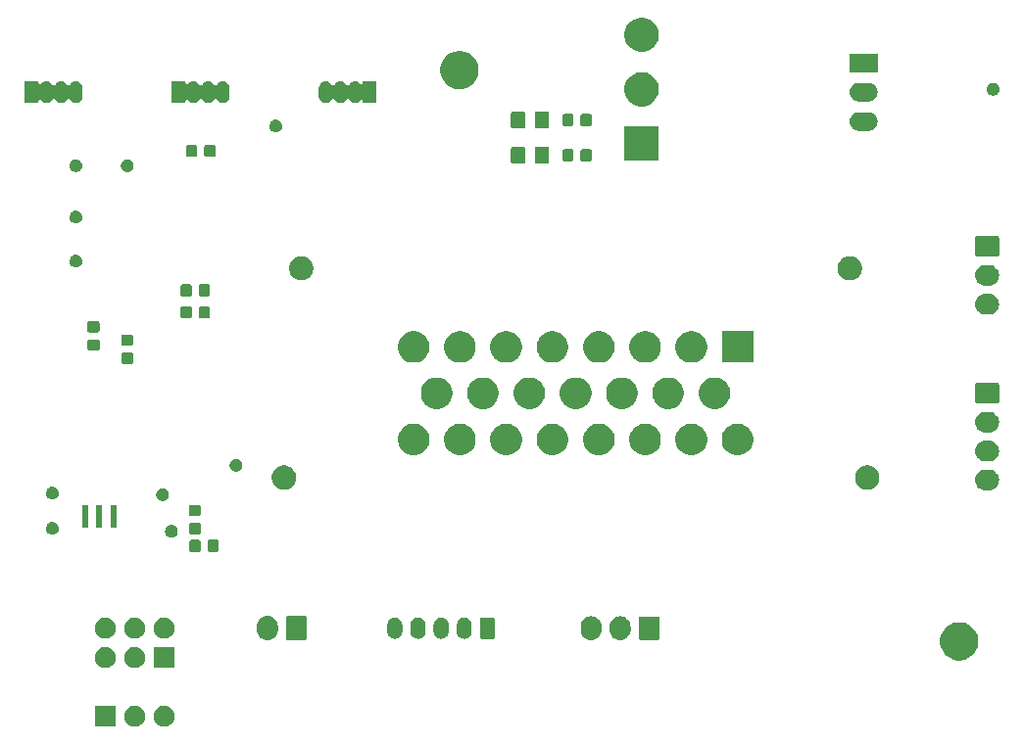
<source format=gbr>
G04 #@! TF.GenerationSoftware,KiCad,Pcbnew,5.1.5-52549c5~84~ubuntu18.04.1*
G04 #@! TF.CreationDate,2020-03-03T21:41:30-05:00*
G04 #@! TF.ProjectId,right,72696768-742e-46b6-9963-61645f706362,rev?*
G04 #@! TF.SameCoordinates,Original*
G04 #@! TF.FileFunction,Soldermask,Bot*
G04 #@! TF.FilePolarity,Negative*
%FSLAX46Y46*%
G04 Gerber Fmt 4.6, Leading zero omitted, Abs format (unit mm)*
G04 Created by KiCad (PCBNEW 5.1.5-52549c5~84~ubuntu18.04.1) date 2020-03-03 21:41:30*
%MOMM*%
%LPD*%
G04 APERTURE LIST*
%ADD10C,0.100000*%
G04 APERTURE END LIST*
D10*
G36*
X152513512Y-115943927D02*
G01*
X152662812Y-115973624D01*
X152826784Y-116041544D01*
X152974354Y-116140147D01*
X153099853Y-116265646D01*
X153198456Y-116413216D01*
X153266376Y-116577188D01*
X153301000Y-116751259D01*
X153301000Y-116928741D01*
X153266376Y-117102812D01*
X153198456Y-117266784D01*
X153099853Y-117414354D01*
X152974354Y-117539853D01*
X152826784Y-117638456D01*
X152662812Y-117706376D01*
X152513512Y-117736073D01*
X152488742Y-117741000D01*
X152311258Y-117741000D01*
X152286488Y-117736073D01*
X152137188Y-117706376D01*
X151973216Y-117638456D01*
X151825646Y-117539853D01*
X151700147Y-117414354D01*
X151601544Y-117266784D01*
X151533624Y-117102812D01*
X151499000Y-116928741D01*
X151499000Y-116751259D01*
X151533624Y-116577188D01*
X151601544Y-116413216D01*
X151700147Y-116265646D01*
X151825646Y-116140147D01*
X151973216Y-116041544D01*
X152137188Y-115973624D01*
X152286488Y-115943927D01*
X152311258Y-115939000D01*
X152488742Y-115939000D01*
X152513512Y-115943927D01*
G37*
G36*
X149973512Y-115943927D02*
G01*
X150122812Y-115973624D01*
X150286784Y-116041544D01*
X150434354Y-116140147D01*
X150559853Y-116265646D01*
X150658456Y-116413216D01*
X150726376Y-116577188D01*
X150761000Y-116751259D01*
X150761000Y-116928741D01*
X150726376Y-117102812D01*
X150658456Y-117266784D01*
X150559853Y-117414354D01*
X150434354Y-117539853D01*
X150286784Y-117638456D01*
X150122812Y-117706376D01*
X149973512Y-117736073D01*
X149948742Y-117741000D01*
X149771258Y-117741000D01*
X149746488Y-117736073D01*
X149597188Y-117706376D01*
X149433216Y-117638456D01*
X149285646Y-117539853D01*
X149160147Y-117414354D01*
X149061544Y-117266784D01*
X148993624Y-117102812D01*
X148959000Y-116928741D01*
X148959000Y-116751259D01*
X148993624Y-116577188D01*
X149061544Y-116413216D01*
X149160147Y-116265646D01*
X149285646Y-116140147D01*
X149433216Y-116041544D01*
X149597188Y-115973624D01*
X149746488Y-115943927D01*
X149771258Y-115939000D01*
X149948742Y-115939000D01*
X149973512Y-115943927D01*
G37*
G36*
X148221000Y-117741000D02*
G01*
X146419000Y-117741000D01*
X146419000Y-115939000D01*
X148221000Y-115939000D01*
X148221000Y-117741000D01*
G37*
G36*
X147433512Y-110863927D02*
G01*
X147582812Y-110893624D01*
X147746784Y-110961544D01*
X147894354Y-111060147D01*
X148019853Y-111185646D01*
X148118456Y-111333216D01*
X148186376Y-111497188D01*
X148221000Y-111671259D01*
X148221000Y-111848741D01*
X148186376Y-112022812D01*
X148118456Y-112186784D01*
X148019853Y-112334354D01*
X147894354Y-112459853D01*
X147746784Y-112558456D01*
X147582812Y-112626376D01*
X147433512Y-112656073D01*
X147408742Y-112661000D01*
X147231258Y-112661000D01*
X147206488Y-112656073D01*
X147057188Y-112626376D01*
X146893216Y-112558456D01*
X146745646Y-112459853D01*
X146620147Y-112334354D01*
X146521544Y-112186784D01*
X146453624Y-112022812D01*
X146419000Y-111848741D01*
X146419000Y-111671259D01*
X146453624Y-111497188D01*
X146521544Y-111333216D01*
X146620147Y-111185646D01*
X146745646Y-111060147D01*
X146893216Y-110961544D01*
X147057188Y-110893624D01*
X147206488Y-110863927D01*
X147231258Y-110859000D01*
X147408742Y-110859000D01*
X147433512Y-110863927D01*
G37*
G36*
X149973512Y-110863927D02*
G01*
X150122812Y-110893624D01*
X150286784Y-110961544D01*
X150434354Y-111060147D01*
X150559853Y-111185646D01*
X150658456Y-111333216D01*
X150726376Y-111497188D01*
X150761000Y-111671259D01*
X150761000Y-111848741D01*
X150726376Y-112022812D01*
X150658456Y-112186784D01*
X150559853Y-112334354D01*
X150434354Y-112459853D01*
X150286784Y-112558456D01*
X150122812Y-112626376D01*
X149973512Y-112656073D01*
X149948742Y-112661000D01*
X149771258Y-112661000D01*
X149746488Y-112656073D01*
X149597188Y-112626376D01*
X149433216Y-112558456D01*
X149285646Y-112459853D01*
X149160147Y-112334354D01*
X149061544Y-112186784D01*
X148993624Y-112022812D01*
X148959000Y-111848741D01*
X148959000Y-111671259D01*
X148993624Y-111497188D01*
X149061544Y-111333216D01*
X149160147Y-111185646D01*
X149285646Y-111060147D01*
X149433216Y-110961544D01*
X149597188Y-110893624D01*
X149746488Y-110863927D01*
X149771258Y-110859000D01*
X149948742Y-110859000D01*
X149973512Y-110863927D01*
G37*
G36*
X153301000Y-112661000D02*
G01*
X151499000Y-112661000D01*
X151499000Y-110859000D01*
X153301000Y-110859000D01*
X153301000Y-112661000D01*
G37*
G36*
X221453268Y-108748532D02*
G01*
X221588579Y-108775447D01*
X221801037Y-108863450D01*
X221873285Y-108893376D01*
X221889042Y-108899903D01*
X222159451Y-109080585D01*
X222389415Y-109310549D01*
X222570097Y-109580958D01*
X222694553Y-109881421D01*
X222703752Y-109927669D01*
X222756352Y-110192103D01*
X222758000Y-110200391D01*
X222758000Y-110525609D01*
X222694553Y-110844579D01*
X222570097Y-111145042D01*
X222389415Y-111415451D01*
X222159451Y-111645415D01*
X221889042Y-111826097D01*
X221588579Y-111950553D01*
X221482256Y-111971702D01*
X221269611Y-112014000D01*
X220944389Y-112014000D01*
X220731744Y-111971702D01*
X220625421Y-111950553D01*
X220324958Y-111826097D01*
X220054549Y-111645415D01*
X219824585Y-111415451D01*
X219643903Y-111145042D01*
X219519447Y-110844579D01*
X219456000Y-110525609D01*
X219456000Y-110200391D01*
X219457649Y-110192103D01*
X219510248Y-109927669D01*
X219519447Y-109881421D01*
X219643903Y-109580958D01*
X219824585Y-109310549D01*
X220054549Y-109080585D01*
X220324958Y-108899903D01*
X220340716Y-108893376D01*
X220412963Y-108863450D01*
X220625421Y-108775447D01*
X220760732Y-108748532D01*
X220944389Y-108712000D01*
X221269611Y-108712000D01*
X221453268Y-108748532D01*
G37*
G36*
X161506627Y-108182037D02*
G01*
X161676466Y-108233557D01*
X161832991Y-108317222D01*
X161856359Y-108336400D01*
X161970186Y-108429814D01*
X162037905Y-108512331D01*
X162082778Y-108567009D01*
X162166443Y-108723534D01*
X162217963Y-108893374D01*
X162231000Y-109025743D01*
X162231000Y-109414258D01*
X162217963Y-109546627D01*
X162166443Y-109716466D01*
X162082778Y-109872991D01*
X162053448Y-109908729D01*
X161970186Y-110010186D01*
X161832989Y-110122779D01*
X161686014Y-110201339D01*
X161676465Y-110206443D01*
X161506626Y-110257963D01*
X161330000Y-110275359D01*
X161153373Y-110257963D01*
X160983534Y-110206443D01*
X160972212Y-110200391D01*
X160837901Y-110128600D01*
X160827009Y-110122778D01*
X160777822Y-110082411D01*
X160689814Y-110010186D01*
X160577221Y-109872989D01*
X160493558Y-109716467D01*
X160493557Y-109716465D01*
X160442037Y-109546626D01*
X160429000Y-109414257D01*
X160429000Y-109025742D01*
X160442037Y-108893373D01*
X160493557Y-108723534D01*
X160577222Y-108567009D01*
X160689815Y-108429815D01*
X160827010Y-108317222D01*
X160983535Y-108233557D01*
X161153374Y-108182037D01*
X161330000Y-108164641D01*
X161506627Y-108182037D01*
G37*
G36*
X164588600Y-108172989D02*
G01*
X164621652Y-108183015D01*
X164652103Y-108199292D01*
X164678799Y-108221201D01*
X164700708Y-108247897D01*
X164716985Y-108278348D01*
X164727011Y-108311400D01*
X164731000Y-108351903D01*
X164731000Y-110088097D01*
X164727011Y-110128600D01*
X164716985Y-110161652D01*
X164700708Y-110192103D01*
X164678799Y-110218799D01*
X164652103Y-110240708D01*
X164621652Y-110256985D01*
X164588600Y-110267011D01*
X164548097Y-110271000D01*
X163111903Y-110271000D01*
X163071400Y-110267011D01*
X163038348Y-110256985D01*
X163007897Y-110240708D01*
X162981201Y-110218799D01*
X162959292Y-110192103D01*
X162943015Y-110161652D01*
X162932989Y-110128600D01*
X162929000Y-110088097D01*
X162929000Y-108351903D01*
X162932989Y-108311400D01*
X162943015Y-108278348D01*
X162959292Y-108247897D01*
X162981201Y-108221201D01*
X163007897Y-108199292D01*
X163038348Y-108183015D01*
X163071400Y-108172989D01*
X163111903Y-108169000D01*
X164548097Y-108169000D01*
X164588600Y-108172989D01*
G37*
G36*
X191986627Y-108207037D02*
G01*
X192156466Y-108258557D01*
X192312991Y-108342222D01*
X192348729Y-108371552D01*
X192450186Y-108454814D01*
X192503803Y-108520148D01*
X192562778Y-108592009D01*
X192646443Y-108748534D01*
X192697963Y-108918374D01*
X192697963Y-108918376D01*
X192708538Y-109025740D01*
X192711000Y-109050743D01*
X192711000Y-109389258D01*
X192697963Y-109521627D01*
X192646443Y-109691466D01*
X192562778Y-109847991D01*
X192535342Y-109881422D01*
X192450186Y-109985186D01*
X192312989Y-110097779D01*
X192156467Y-110181442D01*
X192156465Y-110181443D01*
X191986626Y-110232963D01*
X191810000Y-110250359D01*
X191633373Y-110232963D01*
X191463534Y-110181443D01*
X191307009Y-110097778D01*
X191258173Y-110057699D01*
X191169814Y-109985186D01*
X191057221Y-109847989D01*
X190973558Y-109691467D01*
X190973557Y-109691465D01*
X190922037Y-109521626D01*
X190915519Y-109455442D01*
X190909000Y-109389259D01*
X190909000Y-109050740D01*
X190922037Y-108918375D01*
X190922037Y-108918373D01*
X190973557Y-108748534D01*
X191057222Y-108592009D01*
X191169815Y-108454815D01*
X191307010Y-108342222D01*
X191463535Y-108258557D01*
X191633374Y-108207037D01*
X191810000Y-108189641D01*
X191986627Y-108207037D01*
G37*
G36*
X189486627Y-108207037D02*
G01*
X189656466Y-108258557D01*
X189812991Y-108342222D01*
X189848729Y-108371552D01*
X189950186Y-108454814D01*
X190003803Y-108520148D01*
X190062778Y-108592009D01*
X190146443Y-108748534D01*
X190197963Y-108918374D01*
X190197963Y-108918376D01*
X190208538Y-109025740D01*
X190211000Y-109050743D01*
X190211000Y-109389258D01*
X190197963Y-109521627D01*
X190146443Y-109691466D01*
X190062778Y-109847991D01*
X190035342Y-109881422D01*
X189950186Y-109985186D01*
X189812989Y-110097779D01*
X189656467Y-110181442D01*
X189656465Y-110181443D01*
X189486626Y-110232963D01*
X189310000Y-110250359D01*
X189133373Y-110232963D01*
X188963534Y-110181443D01*
X188807009Y-110097778D01*
X188758173Y-110057699D01*
X188669814Y-109985186D01*
X188557221Y-109847989D01*
X188473558Y-109691467D01*
X188473557Y-109691465D01*
X188422037Y-109521626D01*
X188415519Y-109455442D01*
X188409000Y-109389259D01*
X188409000Y-109050740D01*
X188422037Y-108918375D01*
X188422037Y-108918373D01*
X188473557Y-108748534D01*
X188557222Y-108592009D01*
X188669815Y-108454815D01*
X188807010Y-108342222D01*
X188963535Y-108258557D01*
X189133374Y-108207037D01*
X189310000Y-108189641D01*
X189486627Y-108207037D01*
G37*
G36*
X195068600Y-108197989D02*
G01*
X195101652Y-108208015D01*
X195132103Y-108224292D01*
X195158799Y-108246201D01*
X195180708Y-108272897D01*
X195196985Y-108303348D01*
X195207011Y-108336400D01*
X195211000Y-108376903D01*
X195211000Y-110063097D01*
X195207011Y-110103600D01*
X195196985Y-110136652D01*
X195180708Y-110167103D01*
X195158799Y-110193799D01*
X195132103Y-110215708D01*
X195101652Y-110231985D01*
X195068600Y-110242011D01*
X195028097Y-110246000D01*
X193591903Y-110246000D01*
X193551400Y-110242011D01*
X193518348Y-110231985D01*
X193487897Y-110215708D01*
X193461201Y-110193799D01*
X193439292Y-110167103D01*
X193423015Y-110136652D01*
X193412989Y-110103600D01*
X193409000Y-110063097D01*
X193409000Y-108376903D01*
X193412989Y-108336400D01*
X193423015Y-108303348D01*
X193439292Y-108272897D01*
X193461201Y-108246201D01*
X193487897Y-108224292D01*
X193518348Y-108208015D01*
X193551400Y-108197989D01*
X193591903Y-108194000D01*
X195028097Y-108194000D01*
X195068600Y-108197989D01*
G37*
G36*
X172467618Y-108303420D02*
G01*
X172548400Y-108327925D01*
X172590336Y-108340646D01*
X172703425Y-108401094D01*
X172802554Y-108482446D01*
X172883906Y-108581575D01*
X172944354Y-108694664D01*
X172944355Y-108694668D01*
X172981580Y-108817382D01*
X172981580Y-108817384D01*
X172991000Y-108913026D01*
X172991000Y-109526974D01*
X172989064Y-109546626D01*
X172981580Y-109622618D01*
X172954040Y-109713404D01*
X172944354Y-109745336D01*
X172883906Y-109858425D01*
X172802554Y-109957553D01*
X172703424Y-110038906D01*
X172590335Y-110099354D01*
X172563774Y-110107411D01*
X172467617Y-110136580D01*
X172340000Y-110149149D01*
X172212382Y-110136580D01*
X172116225Y-110107411D01*
X172089664Y-110099354D01*
X171976575Y-110038906D01*
X171877447Y-109957554D01*
X171796094Y-109858424D01*
X171735646Y-109745335D01*
X171719306Y-109691468D01*
X171698420Y-109622617D01*
X171690936Y-109546625D01*
X171689000Y-109526973D01*
X171689000Y-108913026D01*
X171698420Y-108817384D01*
X171698420Y-108817382D01*
X171723237Y-108735573D01*
X171735645Y-108694667D01*
X171767957Y-108634217D01*
X171796095Y-108581574D01*
X171809493Y-108565249D01*
X171877447Y-108482446D01*
X171976576Y-108401094D01*
X172089665Y-108340646D01*
X172131601Y-108327925D01*
X172212383Y-108303420D01*
X172340000Y-108290851D01*
X172467618Y-108303420D01*
G37*
G36*
X174467618Y-108303420D02*
G01*
X174548400Y-108327925D01*
X174590336Y-108340646D01*
X174703425Y-108401094D01*
X174802554Y-108482446D01*
X174883906Y-108581575D01*
X174944354Y-108694664D01*
X174944355Y-108694668D01*
X174981580Y-108817382D01*
X174981580Y-108817384D01*
X174991000Y-108913026D01*
X174991000Y-109526974D01*
X174989064Y-109546626D01*
X174981580Y-109622618D01*
X174954040Y-109713404D01*
X174944354Y-109745336D01*
X174883906Y-109858425D01*
X174802554Y-109957553D01*
X174703424Y-110038906D01*
X174590335Y-110099354D01*
X174563774Y-110107411D01*
X174467617Y-110136580D01*
X174340000Y-110149149D01*
X174212382Y-110136580D01*
X174116225Y-110107411D01*
X174089664Y-110099354D01*
X173976575Y-110038906D01*
X173877447Y-109957554D01*
X173796094Y-109858424D01*
X173735646Y-109745335D01*
X173719306Y-109691468D01*
X173698420Y-109622617D01*
X173690936Y-109546625D01*
X173689000Y-109526973D01*
X173689000Y-108913026D01*
X173698420Y-108817384D01*
X173698420Y-108817382D01*
X173723237Y-108735573D01*
X173735645Y-108694667D01*
X173767957Y-108634217D01*
X173796095Y-108581574D01*
X173809493Y-108565249D01*
X173877447Y-108482446D01*
X173976576Y-108401094D01*
X174089665Y-108340646D01*
X174131601Y-108327925D01*
X174212383Y-108303420D01*
X174340000Y-108290851D01*
X174467618Y-108303420D01*
G37*
G36*
X176467618Y-108303420D02*
G01*
X176548400Y-108327925D01*
X176590336Y-108340646D01*
X176703425Y-108401094D01*
X176802554Y-108482446D01*
X176883906Y-108581575D01*
X176944354Y-108694664D01*
X176944355Y-108694668D01*
X176981580Y-108817382D01*
X176981580Y-108817384D01*
X176991000Y-108913026D01*
X176991000Y-109526974D01*
X176989064Y-109546626D01*
X176981580Y-109622618D01*
X176954040Y-109713404D01*
X176944354Y-109745336D01*
X176883906Y-109858425D01*
X176802554Y-109957553D01*
X176703424Y-110038906D01*
X176590335Y-110099354D01*
X176563774Y-110107411D01*
X176467617Y-110136580D01*
X176340000Y-110149149D01*
X176212382Y-110136580D01*
X176116225Y-110107411D01*
X176089664Y-110099354D01*
X175976575Y-110038906D01*
X175877447Y-109957554D01*
X175796094Y-109858424D01*
X175735646Y-109745335D01*
X175719306Y-109691468D01*
X175698420Y-109622617D01*
X175690936Y-109546625D01*
X175689000Y-109526973D01*
X175689000Y-108913026D01*
X175698420Y-108817384D01*
X175698420Y-108817382D01*
X175723237Y-108735573D01*
X175735645Y-108694667D01*
X175767957Y-108634217D01*
X175796095Y-108581574D01*
X175809493Y-108565249D01*
X175877447Y-108482446D01*
X175976576Y-108401094D01*
X176089665Y-108340646D01*
X176131601Y-108327925D01*
X176212383Y-108303420D01*
X176340000Y-108290851D01*
X176467618Y-108303420D01*
G37*
G36*
X178467618Y-108303420D02*
G01*
X178548400Y-108327925D01*
X178590336Y-108340646D01*
X178703425Y-108401094D01*
X178802554Y-108482446D01*
X178883906Y-108581575D01*
X178944354Y-108694664D01*
X178944355Y-108694668D01*
X178981580Y-108817382D01*
X178981580Y-108817384D01*
X178991000Y-108913026D01*
X178991000Y-109526974D01*
X178989064Y-109546626D01*
X178981580Y-109622618D01*
X178954040Y-109713404D01*
X178944354Y-109745336D01*
X178883906Y-109858425D01*
X178802554Y-109957553D01*
X178703424Y-110038906D01*
X178590335Y-110099354D01*
X178563774Y-110107411D01*
X178467617Y-110136580D01*
X178340000Y-110149149D01*
X178212382Y-110136580D01*
X178116225Y-110107411D01*
X178089664Y-110099354D01*
X177976575Y-110038906D01*
X177877447Y-109957554D01*
X177796094Y-109858424D01*
X177735646Y-109745335D01*
X177719306Y-109691468D01*
X177698420Y-109622617D01*
X177690936Y-109546625D01*
X177689000Y-109526973D01*
X177689000Y-108913026D01*
X177698420Y-108817384D01*
X177698420Y-108817382D01*
X177723237Y-108735573D01*
X177735645Y-108694667D01*
X177767957Y-108634217D01*
X177796095Y-108581574D01*
X177809493Y-108565249D01*
X177877447Y-108482446D01*
X177976576Y-108401094D01*
X178089665Y-108340646D01*
X178131601Y-108327925D01*
X178212383Y-108303420D01*
X178340000Y-108290851D01*
X178467618Y-108303420D01*
G37*
G36*
X180831242Y-108298404D02*
G01*
X180868337Y-108309657D01*
X180902515Y-108327925D01*
X180932481Y-108352519D01*
X180957075Y-108382485D01*
X180975343Y-108416663D01*
X180986596Y-108453758D01*
X180991000Y-108498474D01*
X180991000Y-109941526D01*
X180986596Y-109986242D01*
X180975343Y-110023337D01*
X180957075Y-110057515D01*
X180932481Y-110087481D01*
X180902515Y-110112075D01*
X180868337Y-110130343D01*
X180831242Y-110141596D01*
X180786526Y-110146000D01*
X179893474Y-110146000D01*
X179848758Y-110141596D01*
X179811663Y-110130343D01*
X179777485Y-110112075D01*
X179747519Y-110087481D01*
X179722925Y-110057515D01*
X179704657Y-110023337D01*
X179693404Y-109986242D01*
X179689000Y-109941526D01*
X179689000Y-108498474D01*
X179693404Y-108453758D01*
X179704657Y-108416663D01*
X179722925Y-108382485D01*
X179747519Y-108352519D01*
X179777485Y-108327925D01*
X179811663Y-108309657D01*
X179848758Y-108298404D01*
X179893474Y-108294000D01*
X180786526Y-108294000D01*
X180831242Y-108298404D01*
G37*
G36*
X147433512Y-108323927D02*
G01*
X147582812Y-108353624D01*
X147746784Y-108421544D01*
X147894354Y-108520147D01*
X148019853Y-108645646D01*
X148118456Y-108793216D01*
X148186376Y-108957188D01*
X148216073Y-109106488D01*
X148221000Y-109131258D01*
X148221000Y-109308742D01*
X148220640Y-109310551D01*
X148186376Y-109482812D01*
X148118456Y-109646784D01*
X148019853Y-109794354D01*
X147894354Y-109919853D01*
X147746784Y-110018456D01*
X147582812Y-110086376D01*
X147433512Y-110116073D01*
X147408742Y-110121000D01*
X147231258Y-110121000D01*
X147206488Y-110116073D01*
X147057188Y-110086376D01*
X146893216Y-110018456D01*
X146745646Y-109919853D01*
X146620147Y-109794354D01*
X146521544Y-109646784D01*
X146453624Y-109482812D01*
X146419360Y-109310551D01*
X146419000Y-109308742D01*
X146419000Y-109131258D01*
X146423927Y-109106488D01*
X146453624Y-108957188D01*
X146521544Y-108793216D01*
X146620147Y-108645646D01*
X146745646Y-108520147D01*
X146893216Y-108421544D01*
X147057188Y-108353624D01*
X147206488Y-108323927D01*
X147231258Y-108319000D01*
X147408742Y-108319000D01*
X147433512Y-108323927D01*
G37*
G36*
X152513512Y-108323927D02*
G01*
X152662812Y-108353624D01*
X152826784Y-108421544D01*
X152974354Y-108520147D01*
X153099853Y-108645646D01*
X153198456Y-108793216D01*
X153266376Y-108957188D01*
X153296073Y-109106488D01*
X153301000Y-109131258D01*
X153301000Y-109308742D01*
X153300640Y-109310551D01*
X153266376Y-109482812D01*
X153198456Y-109646784D01*
X153099853Y-109794354D01*
X152974354Y-109919853D01*
X152826784Y-110018456D01*
X152662812Y-110086376D01*
X152513512Y-110116073D01*
X152488742Y-110121000D01*
X152311258Y-110121000D01*
X152286488Y-110116073D01*
X152137188Y-110086376D01*
X151973216Y-110018456D01*
X151825646Y-109919853D01*
X151700147Y-109794354D01*
X151601544Y-109646784D01*
X151533624Y-109482812D01*
X151499360Y-109310551D01*
X151499000Y-109308742D01*
X151499000Y-109131258D01*
X151503927Y-109106488D01*
X151533624Y-108957188D01*
X151601544Y-108793216D01*
X151700147Y-108645646D01*
X151825646Y-108520147D01*
X151973216Y-108421544D01*
X152137188Y-108353624D01*
X152286488Y-108323927D01*
X152311258Y-108319000D01*
X152488742Y-108319000D01*
X152513512Y-108323927D01*
G37*
G36*
X149973512Y-108323927D02*
G01*
X150122812Y-108353624D01*
X150286784Y-108421544D01*
X150434354Y-108520147D01*
X150559853Y-108645646D01*
X150658456Y-108793216D01*
X150726376Y-108957188D01*
X150756073Y-109106488D01*
X150761000Y-109131258D01*
X150761000Y-109308742D01*
X150760640Y-109310551D01*
X150726376Y-109482812D01*
X150658456Y-109646784D01*
X150559853Y-109794354D01*
X150434354Y-109919853D01*
X150286784Y-110018456D01*
X150122812Y-110086376D01*
X149973512Y-110116073D01*
X149948742Y-110121000D01*
X149771258Y-110121000D01*
X149746488Y-110116073D01*
X149597188Y-110086376D01*
X149433216Y-110018456D01*
X149285646Y-109919853D01*
X149160147Y-109794354D01*
X149061544Y-109646784D01*
X148993624Y-109482812D01*
X148959360Y-109310551D01*
X148959000Y-109308742D01*
X148959000Y-109131258D01*
X148963927Y-109106488D01*
X148993624Y-108957188D01*
X149061544Y-108793216D01*
X149160147Y-108645646D01*
X149285646Y-108520147D01*
X149433216Y-108421544D01*
X149597188Y-108353624D01*
X149746488Y-108323927D01*
X149771258Y-108319000D01*
X149948742Y-108319000D01*
X149973512Y-108323927D01*
G37*
G36*
X156984091Y-101586085D02*
G01*
X157018069Y-101596393D01*
X157049390Y-101613134D01*
X157076839Y-101635661D01*
X157099366Y-101663110D01*
X157116107Y-101694431D01*
X157126415Y-101728409D01*
X157130500Y-101769890D01*
X157130500Y-102446110D01*
X157126415Y-102487591D01*
X157116107Y-102521569D01*
X157099366Y-102552890D01*
X157076839Y-102580339D01*
X157049390Y-102602866D01*
X157018069Y-102619607D01*
X156984091Y-102629915D01*
X156942610Y-102634000D01*
X156341390Y-102634000D01*
X156299909Y-102629915D01*
X156265931Y-102619607D01*
X156234610Y-102602866D01*
X156207161Y-102580339D01*
X156184634Y-102552890D01*
X156167893Y-102521569D01*
X156157585Y-102487591D01*
X156153500Y-102446110D01*
X156153500Y-101769890D01*
X156157585Y-101728409D01*
X156167893Y-101694431D01*
X156184634Y-101663110D01*
X156207161Y-101635661D01*
X156234610Y-101613134D01*
X156265931Y-101596393D01*
X156299909Y-101586085D01*
X156341390Y-101582000D01*
X156942610Y-101582000D01*
X156984091Y-101586085D01*
G37*
G36*
X155409091Y-101586085D02*
G01*
X155443069Y-101596393D01*
X155474390Y-101613134D01*
X155501839Y-101635661D01*
X155524366Y-101663110D01*
X155541107Y-101694431D01*
X155551415Y-101728409D01*
X155555500Y-101769890D01*
X155555500Y-102446110D01*
X155551415Y-102487591D01*
X155541107Y-102521569D01*
X155524366Y-102552890D01*
X155501839Y-102580339D01*
X155474390Y-102602866D01*
X155443069Y-102619607D01*
X155409091Y-102629915D01*
X155367610Y-102634000D01*
X154766390Y-102634000D01*
X154724909Y-102629915D01*
X154690931Y-102619607D01*
X154659610Y-102602866D01*
X154632161Y-102580339D01*
X154609634Y-102552890D01*
X154592893Y-102521569D01*
X154582585Y-102487591D01*
X154578500Y-102446110D01*
X154578500Y-101769890D01*
X154582585Y-101728409D01*
X154592893Y-101694431D01*
X154609634Y-101663110D01*
X154632161Y-101635661D01*
X154659610Y-101613134D01*
X154690931Y-101596393D01*
X154724909Y-101586085D01*
X154766390Y-101582000D01*
X155367610Y-101582000D01*
X155409091Y-101586085D01*
G37*
G36*
X153195721Y-100308174D02*
G01*
X153295995Y-100349709D01*
X153340812Y-100379655D01*
X153386242Y-100410010D01*
X153462990Y-100486758D01*
X153462991Y-100486760D01*
X153523291Y-100577005D01*
X153564826Y-100677279D01*
X153586000Y-100783730D01*
X153586000Y-100892270D01*
X153564826Y-100998721D01*
X153523291Y-101098995D01*
X153523290Y-101098996D01*
X153462990Y-101189242D01*
X153386242Y-101265990D01*
X153340812Y-101296345D01*
X153295995Y-101326291D01*
X153195721Y-101367826D01*
X153089270Y-101389000D01*
X152980730Y-101389000D01*
X152874279Y-101367826D01*
X152774005Y-101326291D01*
X152729188Y-101296345D01*
X152683758Y-101265990D01*
X152607010Y-101189242D01*
X152546710Y-101098996D01*
X152546709Y-101098995D01*
X152505174Y-100998721D01*
X152484000Y-100892270D01*
X152484000Y-100783730D01*
X152505174Y-100677279D01*
X152546709Y-100577005D01*
X152607009Y-100486760D01*
X152607010Y-100486758D01*
X152683758Y-100410010D01*
X152729188Y-100379655D01*
X152774005Y-100349709D01*
X152874279Y-100308174D01*
X152980730Y-100287000D01*
X153089270Y-100287000D01*
X153195721Y-100308174D01*
G37*
G36*
X142908721Y-100054174D02*
G01*
X143008995Y-100095709D01*
X143052959Y-100125085D01*
X143099242Y-100156010D01*
X143175990Y-100232758D01*
X143199143Y-100267409D01*
X143236291Y-100323005D01*
X143277826Y-100423279D01*
X143299000Y-100529730D01*
X143299000Y-100638270D01*
X143277826Y-100744721D01*
X143236291Y-100844995D01*
X143236290Y-100844996D01*
X143175990Y-100935242D01*
X143099242Y-101011990D01*
X143077584Y-101026461D01*
X143008995Y-101072291D01*
X142908721Y-101113826D01*
X142802270Y-101135000D01*
X142693730Y-101135000D01*
X142587279Y-101113826D01*
X142487005Y-101072291D01*
X142418416Y-101026461D01*
X142396758Y-101011990D01*
X142320010Y-100935242D01*
X142259710Y-100844996D01*
X142259709Y-100844995D01*
X142218174Y-100744721D01*
X142197000Y-100638270D01*
X142197000Y-100529730D01*
X142218174Y-100423279D01*
X142259709Y-100323005D01*
X142296857Y-100267409D01*
X142320010Y-100232758D01*
X142396758Y-100156010D01*
X142443041Y-100125085D01*
X142487005Y-100095709D01*
X142587279Y-100054174D01*
X142693730Y-100033000D01*
X142802270Y-100033000D01*
X142908721Y-100054174D01*
G37*
G36*
X155446591Y-100125085D02*
G01*
X155480569Y-100135393D01*
X155511890Y-100152134D01*
X155539339Y-100174661D01*
X155561866Y-100202110D01*
X155578607Y-100233431D01*
X155588915Y-100267409D01*
X155593000Y-100308890D01*
X155593000Y-100910110D01*
X155588915Y-100951591D01*
X155578607Y-100985569D01*
X155561866Y-101016890D01*
X155539339Y-101044339D01*
X155511890Y-101066866D01*
X155480569Y-101083607D01*
X155446591Y-101093915D01*
X155405110Y-101098000D01*
X154728890Y-101098000D01*
X154687409Y-101093915D01*
X154653431Y-101083607D01*
X154622110Y-101066866D01*
X154594661Y-101044339D01*
X154572134Y-101016890D01*
X154555393Y-100985569D01*
X154545085Y-100951591D01*
X154541000Y-100910110D01*
X154541000Y-100308890D01*
X154545085Y-100267409D01*
X154555393Y-100233431D01*
X154572134Y-100202110D01*
X154594661Y-100174661D01*
X154622110Y-100152134D01*
X154653431Y-100135393D01*
X154687409Y-100125085D01*
X154728890Y-100121000D01*
X155405110Y-100121000D01*
X155446591Y-100125085D01*
G37*
G36*
X145863000Y-100569000D02*
G01*
X145361000Y-100569000D01*
X145361000Y-98567000D01*
X145863000Y-98567000D01*
X145863000Y-100569000D01*
G37*
G36*
X148263000Y-100569000D02*
G01*
X147761000Y-100569000D01*
X147761000Y-98567000D01*
X148263000Y-98567000D01*
X148263000Y-100569000D01*
G37*
G36*
X147063000Y-100569000D02*
G01*
X146561000Y-100569000D01*
X146561000Y-98567000D01*
X147063000Y-98567000D01*
X147063000Y-100569000D01*
G37*
G36*
X155446591Y-98550085D02*
G01*
X155480569Y-98560393D01*
X155511890Y-98577134D01*
X155539339Y-98599661D01*
X155561866Y-98627110D01*
X155578607Y-98658431D01*
X155588915Y-98692409D01*
X155593000Y-98733890D01*
X155593000Y-99335110D01*
X155588915Y-99376591D01*
X155578607Y-99410569D01*
X155561866Y-99441890D01*
X155539339Y-99469339D01*
X155511890Y-99491866D01*
X155480569Y-99508607D01*
X155446591Y-99518915D01*
X155405110Y-99523000D01*
X154728890Y-99523000D01*
X154687409Y-99518915D01*
X154653431Y-99508607D01*
X154622110Y-99491866D01*
X154594661Y-99469339D01*
X154572134Y-99441890D01*
X154555393Y-99410569D01*
X154545085Y-99376591D01*
X154541000Y-99335110D01*
X154541000Y-98733890D01*
X154545085Y-98692409D01*
X154555393Y-98658431D01*
X154572134Y-98627110D01*
X154594661Y-98599661D01*
X154622110Y-98577134D01*
X154653431Y-98560393D01*
X154687409Y-98550085D01*
X154728890Y-98546000D01*
X155405110Y-98546000D01*
X155446591Y-98550085D01*
G37*
G36*
X152433721Y-97133174D02*
G01*
X152533995Y-97174709D01*
X152533996Y-97174710D01*
X152624242Y-97235010D01*
X152700990Y-97311758D01*
X152700991Y-97311760D01*
X152761291Y-97402005D01*
X152802826Y-97502279D01*
X152824000Y-97608730D01*
X152824000Y-97717270D01*
X152802826Y-97823721D01*
X152761291Y-97923995D01*
X152761290Y-97923996D01*
X152700990Y-98014242D01*
X152624242Y-98090990D01*
X152578812Y-98121345D01*
X152533995Y-98151291D01*
X152433721Y-98192826D01*
X152327270Y-98214000D01*
X152218730Y-98214000D01*
X152112279Y-98192826D01*
X152012005Y-98151291D01*
X151967188Y-98121345D01*
X151921758Y-98090990D01*
X151845010Y-98014242D01*
X151784710Y-97923996D01*
X151784709Y-97923995D01*
X151743174Y-97823721D01*
X151722000Y-97717270D01*
X151722000Y-97608730D01*
X151743174Y-97502279D01*
X151784709Y-97402005D01*
X151845009Y-97311760D01*
X151845010Y-97311758D01*
X151921758Y-97235010D01*
X152012004Y-97174710D01*
X152012005Y-97174709D01*
X152112279Y-97133174D01*
X152218730Y-97112000D01*
X152327270Y-97112000D01*
X152433721Y-97133174D01*
G37*
G36*
X142908721Y-97006174D02*
G01*
X143008995Y-97047709D01*
X143008996Y-97047710D01*
X143099242Y-97108010D01*
X143175990Y-97184758D01*
X143193264Y-97210611D01*
X143236291Y-97275005D01*
X143277826Y-97375279D01*
X143299000Y-97481730D01*
X143299000Y-97590270D01*
X143277826Y-97696721D01*
X143236291Y-97796995D01*
X143236290Y-97796996D01*
X143175990Y-97887242D01*
X143099242Y-97963990D01*
X143053812Y-97994345D01*
X143008995Y-98024291D01*
X142908721Y-98065826D01*
X142802270Y-98087000D01*
X142693730Y-98087000D01*
X142587279Y-98065826D01*
X142487005Y-98024291D01*
X142442188Y-97994345D01*
X142396758Y-97963990D01*
X142320010Y-97887242D01*
X142259710Y-97796996D01*
X142259709Y-97796995D01*
X142218174Y-97696721D01*
X142197000Y-97590270D01*
X142197000Y-97481730D01*
X142218174Y-97375279D01*
X142259709Y-97275005D01*
X142302736Y-97210611D01*
X142320010Y-97184758D01*
X142396758Y-97108010D01*
X142487004Y-97047710D01*
X142487005Y-97047709D01*
X142587279Y-97006174D01*
X142693730Y-96985000D01*
X142802270Y-96985000D01*
X142908721Y-97006174D01*
G37*
G36*
X223755442Y-95505518D02*
G01*
X223821627Y-95512037D01*
X223991466Y-95563557D01*
X224147991Y-95647222D01*
X224154818Y-95652825D01*
X224285186Y-95759814D01*
X224368448Y-95861271D01*
X224397778Y-95897009D01*
X224481443Y-96053534D01*
X224532963Y-96223373D01*
X224550359Y-96400000D01*
X224532963Y-96576627D01*
X224481443Y-96746466D01*
X224397778Y-96902991D01*
X224368448Y-96938729D01*
X224285186Y-97040186D01*
X224202542Y-97108009D01*
X224147991Y-97152778D01*
X223991466Y-97236443D01*
X223821627Y-97287963D01*
X223755442Y-97294482D01*
X223689260Y-97301000D01*
X223350740Y-97301000D01*
X223284558Y-97294482D01*
X223218373Y-97287963D01*
X223048534Y-97236443D01*
X222892009Y-97152778D01*
X222837458Y-97108009D01*
X222754814Y-97040186D01*
X222671552Y-96938729D01*
X222642222Y-96902991D01*
X222558557Y-96746466D01*
X222507037Y-96576627D01*
X222489641Y-96400000D01*
X222507037Y-96223373D01*
X222558557Y-96053534D01*
X222642222Y-95897009D01*
X222671552Y-95861271D01*
X222754814Y-95759814D01*
X222885182Y-95652825D01*
X222892009Y-95647222D01*
X223048534Y-95563557D01*
X223218373Y-95512037D01*
X223284558Y-95505518D01*
X223350740Y-95499000D01*
X223689260Y-95499000D01*
X223755442Y-95505518D01*
G37*
G36*
X163066564Y-95189389D02*
G01*
X163257833Y-95268615D01*
X163257835Y-95268616D01*
X163429973Y-95383635D01*
X163576365Y-95530027D01*
X163672565Y-95674000D01*
X163691385Y-95702167D01*
X163770611Y-95893436D01*
X163811000Y-96096484D01*
X163811000Y-96303516D01*
X163770611Y-96506564D01*
X163741590Y-96576627D01*
X163691384Y-96697835D01*
X163576365Y-96869973D01*
X163429973Y-97016365D01*
X163257835Y-97131384D01*
X163257834Y-97131385D01*
X163257833Y-97131385D01*
X163066564Y-97210611D01*
X162863516Y-97251000D01*
X162656484Y-97251000D01*
X162453436Y-97210611D01*
X162262167Y-97131385D01*
X162262166Y-97131385D01*
X162262165Y-97131384D01*
X162090027Y-97016365D01*
X161943635Y-96869973D01*
X161828616Y-96697835D01*
X161778410Y-96576627D01*
X161749389Y-96506564D01*
X161709000Y-96303516D01*
X161709000Y-96096484D01*
X161749389Y-95893436D01*
X161828615Y-95702167D01*
X161847436Y-95674000D01*
X161943635Y-95530027D01*
X162090027Y-95383635D01*
X162262165Y-95268616D01*
X162262167Y-95268615D01*
X162453436Y-95189389D01*
X162656484Y-95149000D01*
X162863516Y-95149000D01*
X163066564Y-95189389D01*
G37*
G36*
X213466564Y-95189389D02*
G01*
X213657833Y-95268615D01*
X213657835Y-95268616D01*
X213829973Y-95383635D01*
X213976365Y-95530027D01*
X214072565Y-95674000D01*
X214091385Y-95702167D01*
X214170611Y-95893436D01*
X214211000Y-96096484D01*
X214211000Y-96303516D01*
X214170611Y-96506564D01*
X214141590Y-96576627D01*
X214091384Y-96697835D01*
X213976365Y-96869973D01*
X213829973Y-97016365D01*
X213657835Y-97131384D01*
X213657834Y-97131385D01*
X213657833Y-97131385D01*
X213466564Y-97210611D01*
X213263516Y-97251000D01*
X213056484Y-97251000D01*
X212853436Y-97210611D01*
X212662167Y-97131385D01*
X212662166Y-97131385D01*
X212662165Y-97131384D01*
X212490027Y-97016365D01*
X212343635Y-96869973D01*
X212228616Y-96697835D01*
X212178410Y-96576627D01*
X212149389Y-96506564D01*
X212109000Y-96303516D01*
X212109000Y-96096484D01*
X212149389Y-95893436D01*
X212228615Y-95702167D01*
X212247436Y-95674000D01*
X212343635Y-95530027D01*
X212490027Y-95383635D01*
X212662165Y-95268616D01*
X212662167Y-95268615D01*
X212853436Y-95189389D01*
X213056484Y-95149000D01*
X213263516Y-95149000D01*
X213466564Y-95189389D01*
G37*
G36*
X158783721Y-94593174D02*
G01*
X158883995Y-94634709D01*
X158928812Y-94664655D01*
X158974242Y-94695010D01*
X159050990Y-94771758D01*
X159050991Y-94771760D01*
X159111291Y-94862005D01*
X159152826Y-94962279D01*
X159174000Y-95068730D01*
X159174000Y-95177270D01*
X159152826Y-95283721D01*
X159111291Y-95383995D01*
X159111290Y-95383996D01*
X159050990Y-95474242D01*
X158974242Y-95550990D01*
X158928812Y-95581345D01*
X158883995Y-95611291D01*
X158783721Y-95652826D01*
X158677270Y-95674000D01*
X158568730Y-95674000D01*
X158462279Y-95652826D01*
X158362005Y-95611291D01*
X158317188Y-95581345D01*
X158271758Y-95550990D01*
X158195010Y-95474242D01*
X158134710Y-95383996D01*
X158134709Y-95383995D01*
X158093174Y-95283721D01*
X158072000Y-95177270D01*
X158072000Y-95068730D01*
X158093174Y-94962279D01*
X158134709Y-94862005D01*
X158195009Y-94771760D01*
X158195010Y-94771758D01*
X158271758Y-94695010D01*
X158317188Y-94664655D01*
X158362005Y-94634709D01*
X158462279Y-94593174D01*
X158568730Y-94572000D01*
X158677270Y-94572000D01*
X158783721Y-94593174D01*
G37*
G36*
X223755443Y-93005519D02*
G01*
X223821627Y-93012037D01*
X223991466Y-93063557D01*
X224147991Y-93147222D01*
X224183729Y-93176552D01*
X224285186Y-93259814D01*
X224368448Y-93361271D01*
X224397778Y-93397009D01*
X224481443Y-93553534D01*
X224532963Y-93723373D01*
X224550359Y-93900000D01*
X224532963Y-94076627D01*
X224481443Y-94246466D01*
X224397778Y-94402991D01*
X224368448Y-94438729D01*
X224285186Y-94540186D01*
X224183729Y-94623448D01*
X224147991Y-94652778D01*
X223991466Y-94736443D01*
X223821627Y-94787963D01*
X223755442Y-94794482D01*
X223689260Y-94801000D01*
X223350740Y-94801000D01*
X223284557Y-94794481D01*
X223218373Y-94787963D01*
X223048534Y-94736443D01*
X222892009Y-94652778D01*
X222856271Y-94623448D01*
X222754814Y-94540186D01*
X222671552Y-94438729D01*
X222642222Y-94402991D01*
X222558557Y-94246466D01*
X222507037Y-94076627D01*
X222489641Y-93900000D01*
X222507037Y-93723373D01*
X222558557Y-93553534D01*
X222642222Y-93397009D01*
X222671552Y-93361271D01*
X222754814Y-93259814D01*
X222856271Y-93176552D01*
X222892009Y-93147222D01*
X223048534Y-93063557D01*
X223218373Y-93012037D01*
X223284558Y-93005518D01*
X223350740Y-92999000D01*
X223689260Y-92999000D01*
X223755443Y-93005519D01*
G37*
G36*
X202357717Y-91588898D02*
G01*
X202605858Y-91691681D01*
X202829180Y-91840900D01*
X203019100Y-92030820D01*
X203168319Y-92254142D01*
X203271102Y-92502283D01*
X203323500Y-92765706D01*
X203323500Y-93034294D01*
X203271102Y-93297717D01*
X203168319Y-93545858D01*
X203019100Y-93769180D01*
X202829180Y-93959100D01*
X202605858Y-94108319D01*
X202357717Y-94211102D01*
X202094294Y-94263500D01*
X201825706Y-94263500D01*
X201562283Y-94211102D01*
X201314142Y-94108319D01*
X201090820Y-93959100D01*
X200900900Y-93769180D01*
X200751681Y-93545858D01*
X200648898Y-93297717D01*
X200596500Y-93034294D01*
X200596500Y-92765706D01*
X200648898Y-92502283D01*
X200751681Y-92254142D01*
X200900900Y-92030820D01*
X201090820Y-91840900D01*
X201314142Y-91691681D01*
X201562283Y-91588898D01*
X201825706Y-91536500D01*
X202094294Y-91536500D01*
X202357717Y-91588898D01*
G37*
G36*
X198357717Y-91588898D02*
G01*
X198605858Y-91691681D01*
X198829180Y-91840900D01*
X199019100Y-92030820D01*
X199168319Y-92254142D01*
X199271102Y-92502283D01*
X199323500Y-92765706D01*
X199323500Y-93034294D01*
X199271102Y-93297717D01*
X199168319Y-93545858D01*
X199019100Y-93769180D01*
X198829180Y-93959100D01*
X198605858Y-94108319D01*
X198357717Y-94211102D01*
X198094294Y-94263500D01*
X197825706Y-94263500D01*
X197562283Y-94211102D01*
X197314142Y-94108319D01*
X197090820Y-93959100D01*
X196900900Y-93769180D01*
X196751681Y-93545858D01*
X196648898Y-93297717D01*
X196596500Y-93034294D01*
X196596500Y-92765706D01*
X196648898Y-92502283D01*
X196751681Y-92254142D01*
X196900900Y-92030820D01*
X197090820Y-91840900D01*
X197314142Y-91691681D01*
X197562283Y-91588898D01*
X197825706Y-91536500D01*
X198094294Y-91536500D01*
X198357717Y-91588898D01*
G37*
G36*
X174357717Y-91588898D02*
G01*
X174605858Y-91691681D01*
X174829180Y-91840900D01*
X175019100Y-92030820D01*
X175168319Y-92254142D01*
X175271102Y-92502283D01*
X175323500Y-92765706D01*
X175323500Y-93034294D01*
X175271102Y-93297717D01*
X175168319Y-93545858D01*
X175019100Y-93769180D01*
X174829180Y-93959100D01*
X174605858Y-94108319D01*
X174357717Y-94211102D01*
X174094294Y-94263500D01*
X173825706Y-94263500D01*
X173562283Y-94211102D01*
X173314142Y-94108319D01*
X173090820Y-93959100D01*
X172900900Y-93769180D01*
X172751681Y-93545858D01*
X172648898Y-93297717D01*
X172596500Y-93034294D01*
X172596500Y-92765706D01*
X172648898Y-92502283D01*
X172751681Y-92254142D01*
X172900900Y-92030820D01*
X173090820Y-91840900D01*
X173314142Y-91691681D01*
X173562283Y-91588898D01*
X173825706Y-91536500D01*
X174094294Y-91536500D01*
X174357717Y-91588898D01*
G37*
G36*
X194357717Y-91588898D02*
G01*
X194605858Y-91691681D01*
X194829180Y-91840900D01*
X195019100Y-92030820D01*
X195168319Y-92254142D01*
X195271102Y-92502283D01*
X195323500Y-92765706D01*
X195323500Y-93034294D01*
X195271102Y-93297717D01*
X195168319Y-93545858D01*
X195019100Y-93769180D01*
X194829180Y-93959100D01*
X194605858Y-94108319D01*
X194357717Y-94211102D01*
X194094294Y-94263500D01*
X193825706Y-94263500D01*
X193562283Y-94211102D01*
X193314142Y-94108319D01*
X193090820Y-93959100D01*
X192900900Y-93769180D01*
X192751681Y-93545858D01*
X192648898Y-93297717D01*
X192596500Y-93034294D01*
X192596500Y-92765706D01*
X192648898Y-92502283D01*
X192751681Y-92254142D01*
X192900900Y-92030820D01*
X193090820Y-91840900D01*
X193314142Y-91691681D01*
X193562283Y-91588898D01*
X193825706Y-91536500D01*
X194094294Y-91536500D01*
X194357717Y-91588898D01*
G37*
G36*
X190357717Y-91588898D02*
G01*
X190605858Y-91691681D01*
X190829180Y-91840900D01*
X191019100Y-92030820D01*
X191168319Y-92254142D01*
X191271102Y-92502283D01*
X191323500Y-92765706D01*
X191323500Y-93034294D01*
X191271102Y-93297717D01*
X191168319Y-93545858D01*
X191019100Y-93769180D01*
X190829180Y-93959100D01*
X190605858Y-94108319D01*
X190357717Y-94211102D01*
X190094294Y-94263500D01*
X189825706Y-94263500D01*
X189562283Y-94211102D01*
X189314142Y-94108319D01*
X189090820Y-93959100D01*
X188900900Y-93769180D01*
X188751681Y-93545858D01*
X188648898Y-93297717D01*
X188596500Y-93034294D01*
X188596500Y-92765706D01*
X188648898Y-92502283D01*
X188751681Y-92254142D01*
X188900900Y-92030820D01*
X189090820Y-91840900D01*
X189314142Y-91691681D01*
X189562283Y-91588898D01*
X189825706Y-91536500D01*
X190094294Y-91536500D01*
X190357717Y-91588898D01*
G37*
G36*
X186357717Y-91588898D02*
G01*
X186605858Y-91691681D01*
X186829180Y-91840900D01*
X187019100Y-92030820D01*
X187168319Y-92254142D01*
X187271102Y-92502283D01*
X187323500Y-92765706D01*
X187323500Y-93034294D01*
X187271102Y-93297717D01*
X187168319Y-93545858D01*
X187019100Y-93769180D01*
X186829180Y-93959100D01*
X186605858Y-94108319D01*
X186357717Y-94211102D01*
X186094294Y-94263500D01*
X185825706Y-94263500D01*
X185562283Y-94211102D01*
X185314142Y-94108319D01*
X185090820Y-93959100D01*
X184900900Y-93769180D01*
X184751681Y-93545858D01*
X184648898Y-93297717D01*
X184596500Y-93034294D01*
X184596500Y-92765706D01*
X184648898Y-92502283D01*
X184751681Y-92254142D01*
X184900900Y-92030820D01*
X185090820Y-91840900D01*
X185314142Y-91691681D01*
X185562283Y-91588898D01*
X185825706Y-91536500D01*
X186094294Y-91536500D01*
X186357717Y-91588898D01*
G37*
G36*
X178357717Y-91588898D02*
G01*
X178605858Y-91691681D01*
X178829180Y-91840900D01*
X179019100Y-92030820D01*
X179168319Y-92254142D01*
X179271102Y-92502283D01*
X179323500Y-92765706D01*
X179323500Y-93034294D01*
X179271102Y-93297717D01*
X179168319Y-93545858D01*
X179019100Y-93769180D01*
X178829180Y-93959100D01*
X178605858Y-94108319D01*
X178357717Y-94211102D01*
X178094294Y-94263500D01*
X177825706Y-94263500D01*
X177562283Y-94211102D01*
X177314142Y-94108319D01*
X177090820Y-93959100D01*
X176900900Y-93769180D01*
X176751681Y-93545858D01*
X176648898Y-93297717D01*
X176596500Y-93034294D01*
X176596500Y-92765706D01*
X176648898Y-92502283D01*
X176751681Y-92254142D01*
X176900900Y-92030820D01*
X177090820Y-91840900D01*
X177314142Y-91691681D01*
X177562283Y-91588898D01*
X177825706Y-91536500D01*
X178094294Y-91536500D01*
X178357717Y-91588898D01*
G37*
G36*
X182357717Y-91588898D02*
G01*
X182605858Y-91691681D01*
X182829180Y-91840900D01*
X183019100Y-92030820D01*
X183168319Y-92254142D01*
X183271102Y-92502283D01*
X183323500Y-92765706D01*
X183323500Y-93034294D01*
X183271102Y-93297717D01*
X183168319Y-93545858D01*
X183019100Y-93769180D01*
X182829180Y-93959100D01*
X182605858Y-94108319D01*
X182357717Y-94211102D01*
X182094294Y-94263500D01*
X181825706Y-94263500D01*
X181562283Y-94211102D01*
X181314142Y-94108319D01*
X181090820Y-93959100D01*
X180900900Y-93769180D01*
X180751681Y-93545858D01*
X180648898Y-93297717D01*
X180596500Y-93034294D01*
X180596500Y-92765706D01*
X180648898Y-92502283D01*
X180751681Y-92254142D01*
X180900900Y-92030820D01*
X181090820Y-91840900D01*
X181314142Y-91691681D01*
X181562283Y-91588898D01*
X181825706Y-91536500D01*
X182094294Y-91536500D01*
X182357717Y-91588898D01*
G37*
G36*
X223755442Y-90505518D02*
G01*
X223821627Y-90512037D01*
X223991466Y-90563557D01*
X224147991Y-90647222D01*
X224183729Y-90676552D01*
X224285186Y-90759814D01*
X224368448Y-90861271D01*
X224397778Y-90897009D01*
X224481443Y-91053534D01*
X224532963Y-91223373D01*
X224550359Y-91400000D01*
X224532963Y-91576627D01*
X224481443Y-91746466D01*
X224397778Y-91902991D01*
X224368448Y-91938729D01*
X224285186Y-92040186D01*
X224183729Y-92123448D01*
X224147991Y-92152778D01*
X223991466Y-92236443D01*
X223821627Y-92287963D01*
X223755442Y-92294482D01*
X223689260Y-92301000D01*
X223350740Y-92301000D01*
X223284558Y-92294482D01*
X223218373Y-92287963D01*
X223048534Y-92236443D01*
X222892009Y-92152778D01*
X222856271Y-92123448D01*
X222754814Y-92040186D01*
X222671552Y-91938729D01*
X222642222Y-91902991D01*
X222558557Y-91746466D01*
X222507037Y-91576627D01*
X222489641Y-91400000D01*
X222507037Y-91223373D01*
X222558557Y-91053534D01*
X222642222Y-90897009D01*
X222671552Y-90861271D01*
X222754814Y-90759814D01*
X222856271Y-90676552D01*
X222892009Y-90647222D01*
X223048534Y-90563557D01*
X223218373Y-90512037D01*
X223284558Y-90505518D01*
X223350740Y-90499000D01*
X223689260Y-90499000D01*
X223755442Y-90505518D01*
G37*
G36*
X180357717Y-87588898D02*
G01*
X180605858Y-87691681D01*
X180829180Y-87840900D01*
X181019100Y-88030820D01*
X181168319Y-88254142D01*
X181271102Y-88502283D01*
X181323500Y-88765706D01*
X181323500Y-89034294D01*
X181271102Y-89297717D01*
X181168319Y-89545858D01*
X181019100Y-89769180D01*
X180829180Y-89959100D01*
X180605858Y-90108319D01*
X180357717Y-90211102D01*
X180094294Y-90263500D01*
X179825706Y-90263500D01*
X179562283Y-90211102D01*
X179314142Y-90108319D01*
X179090820Y-89959100D01*
X178900900Y-89769180D01*
X178751681Y-89545858D01*
X178648898Y-89297717D01*
X178596500Y-89034294D01*
X178596500Y-88765706D01*
X178648898Y-88502283D01*
X178751681Y-88254142D01*
X178900900Y-88030820D01*
X179090820Y-87840900D01*
X179314142Y-87691681D01*
X179562283Y-87588898D01*
X179825706Y-87536500D01*
X180094294Y-87536500D01*
X180357717Y-87588898D01*
G37*
G36*
X200357717Y-87588898D02*
G01*
X200605858Y-87691681D01*
X200829180Y-87840900D01*
X201019100Y-88030820D01*
X201168319Y-88254142D01*
X201271102Y-88502283D01*
X201323500Y-88765706D01*
X201323500Y-89034294D01*
X201271102Y-89297717D01*
X201168319Y-89545858D01*
X201019100Y-89769180D01*
X200829180Y-89959100D01*
X200605858Y-90108319D01*
X200357717Y-90211102D01*
X200094294Y-90263500D01*
X199825706Y-90263500D01*
X199562283Y-90211102D01*
X199314142Y-90108319D01*
X199090820Y-89959100D01*
X198900900Y-89769180D01*
X198751681Y-89545858D01*
X198648898Y-89297717D01*
X198596500Y-89034294D01*
X198596500Y-88765706D01*
X198648898Y-88502283D01*
X198751681Y-88254142D01*
X198900900Y-88030820D01*
X199090820Y-87840900D01*
X199314142Y-87691681D01*
X199562283Y-87588898D01*
X199825706Y-87536500D01*
X200094294Y-87536500D01*
X200357717Y-87588898D01*
G37*
G36*
X196357717Y-87588898D02*
G01*
X196605858Y-87691681D01*
X196829180Y-87840900D01*
X197019100Y-88030820D01*
X197168319Y-88254142D01*
X197271102Y-88502283D01*
X197323500Y-88765706D01*
X197323500Y-89034294D01*
X197271102Y-89297717D01*
X197168319Y-89545858D01*
X197019100Y-89769180D01*
X196829180Y-89959100D01*
X196605858Y-90108319D01*
X196357717Y-90211102D01*
X196094294Y-90263500D01*
X195825706Y-90263500D01*
X195562283Y-90211102D01*
X195314142Y-90108319D01*
X195090820Y-89959100D01*
X194900900Y-89769180D01*
X194751681Y-89545858D01*
X194648898Y-89297717D01*
X194596500Y-89034294D01*
X194596500Y-88765706D01*
X194648898Y-88502283D01*
X194751681Y-88254142D01*
X194900900Y-88030820D01*
X195090820Y-87840900D01*
X195314142Y-87691681D01*
X195562283Y-87588898D01*
X195825706Y-87536500D01*
X196094294Y-87536500D01*
X196357717Y-87588898D01*
G37*
G36*
X192357717Y-87588898D02*
G01*
X192605858Y-87691681D01*
X192829180Y-87840900D01*
X193019100Y-88030820D01*
X193168319Y-88254142D01*
X193271102Y-88502283D01*
X193323500Y-88765706D01*
X193323500Y-89034294D01*
X193271102Y-89297717D01*
X193168319Y-89545858D01*
X193019100Y-89769180D01*
X192829180Y-89959100D01*
X192605858Y-90108319D01*
X192357717Y-90211102D01*
X192094294Y-90263500D01*
X191825706Y-90263500D01*
X191562283Y-90211102D01*
X191314142Y-90108319D01*
X191090820Y-89959100D01*
X190900900Y-89769180D01*
X190751681Y-89545858D01*
X190648898Y-89297717D01*
X190596500Y-89034294D01*
X190596500Y-88765706D01*
X190648898Y-88502283D01*
X190751681Y-88254142D01*
X190900900Y-88030820D01*
X191090820Y-87840900D01*
X191314142Y-87691681D01*
X191562283Y-87588898D01*
X191825706Y-87536500D01*
X192094294Y-87536500D01*
X192357717Y-87588898D01*
G37*
G36*
X184357717Y-87588898D02*
G01*
X184605858Y-87691681D01*
X184829180Y-87840900D01*
X185019100Y-88030820D01*
X185168319Y-88254142D01*
X185271102Y-88502283D01*
X185323500Y-88765706D01*
X185323500Y-89034294D01*
X185271102Y-89297717D01*
X185168319Y-89545858D01*
X185019100Y-89769180D01*
X184829180Y-89959100D01*
X184605858Y-90108319D01*
X184357717Y-90211102D01*
X184094294Y-90263500D01*
X183825706Y-90263500D01*
X183562283Y-90211102D01*
X183314142Y-90108319D01*
X183090820Y-89959100D01*
X182900900Y-89769180D01*
X182751681Y-89545858D01*
X182648898Y-89297717D01*
X182596500Y-89034294D01*
X182596500Y-88765706D01*
X182648898Y-88502283D01*
X182751681Y-88254142D01*
X182900900Y-88030820D01*
X183090820Y-87840900D01*
X183314142Y-87691681D01*
X183562283Y-87588898D01*
X183825706Y-87536500D01*
X184094294Y-87536500D01*
X184357717Y-87588898D01*
G37*
G36*
X188357717Y-87588898D02*
G01*
X188605858Y-87691681D01*
X188829180Y-87840900D01*
X189019100Y-88030820D01*
X189168319Y-88254142D01*
X189271102Y-88502283D01*
X189323500Y-88765706D01*
X189323500Y-89034294D01*
X189271102Y-89297717D01*
X189168319Y-89545858D01*
X189019100Y-89769180D01*
X188829180Y-89959100D01*
X188605858Y-90108319D01*
X188357717Y-90211102D01*
X188094294Y-90263500D01*
X187825706Y-90263500D01*
X187562283Y-90211102D01*
X187314142Y-90108319D01*
X187090820Y-89959100D01*
X186900900Y-89769180D01*
X186751681Y-89545858D01*
X186648898Y-89297717D01*
X186596500Y-89034294D01*
X186596500Y-88765706D01*
X186648898Y-88502283D01*
X186751681Y-88254142D01*
X186900900Y-88030820D01*
X187090820Y-87840900D01*
X187314142Y-87691681D01*
X187562283Y-87588898D01*
X187825706Y-87536500D01*
X188094294Y-87536500D01*
X188357717Y-87588898D01*
G37*
G36*
X176357717Y-87588898D02*
G01*
X176605858Y-87691681D01*
X176829180Y-87840900D01*
X177019100Y-88030820D01*
X177168319Y-88254142D01*
X177271102Y-88502283D01*
X177323500Y-88765706D01*
X177323500Y-89034294D01*
X177271102Y-89297717D01*
X177168319Y-89545858D01*
X177019100Y-89769180D01*
X176829180Y-89959100D01*
X176605858Y-90108319D01*
X176357717Y-90211102D01*
X176094294Y-90263500D01*
X175825706Y-90263500D01*
X175562283Y-90211102D01*
X175314142Y-90108319D01*
X175090820Y-89959100D01*
X174900900Y-89769180D01*
X174751681Y-89545858D01*
X174648898Y-89297717D01*
X174596500Y-89034294D01*
X174596500Y-88765706D01*
X174648898Y-88502283D01*
X174751681Y-88254142D01*
X174900900Y-88030820D01*
X175090820Y-87840900D01*
X175314142Y-87691681D01*
X175562283Y-87588898D01*
X175825706Y-87536500D01*
X176094294Y-87536500D01*
X176357717Y-87588898D01*
G37*
G36*
X224403600Y-88002989D02*
G01*
X224436652Y-88013015D01*
X224467103Y-88029292D01*
X224493799Y-88051201D01*
X224515708Y-88077897D01*
X224531985Y-88108348D01*
X224542011Y-88141400D01*
X224546000Y-88181903D01*
X224546000Y-89618097D01*
X224542011Y-89658600D01*
X224531985Y-89691652D01*
X224515708Y-89722103D01*
X224493799Y-89748799D01*
X224467103Y-89770708D01*
X224436652Y-89786985D01*
X224403600Y-89797011D01*
X224363097Y-89801000D01*
X222676903Y-89801000D01*
X222636400Y-89797011D01*
X222603348Y-89786985D01*
X222572897Y-89770708D01*
X222546201Y-89748799D01*
X222524292Y-89722103D01*
X222508015Y-89691652D01*
X222497989Y-89658600D01*
X222494000Y-89618097D01*
X222494000Y-88181903D01*
X222497989Y-88141400D01*
X222508015Y-88108348D01*
X222524292Y-88077897D01*
X222546201Y-88051201D01*
X222572897Y-88029292D01*
X222603348Y-88013015D01*
X222636400Y-88002989D01*
X222676903Y-87999000D01*
X224363097Y-87999000D01*
X224403600Y-88002989D01*
G37*
G36*
X149604591Y-85393085D02*
G01*
X149638569Y-85403393D01*
X149669890Y-85420134D01*
X149697339Y-85442661D01*
X149719866Y-85470110D01*
X149736607Y-85501431D01*
X149746915Y-85535409D01*
X149751000Y-85576890D01*
X149751000Y-86178110D01*
X149746915Y-86219591D01*
X149736607Y-86253569D01*
X149719866Y-86284890D01*
X149697339Y-86312339D01*
X149669890Y-86334866D01*
X149638569Y-86351607D01*
X149604591Y-86361915D01*
X149563110Y-86366000D01*
X148886890Y-86366000D01*
X148845409Y-86361915D01*
X148811431Y-86351607D01*
X148780110Y-86334866D01*
X148752661Y-86312339D01*
X148730134Y-86284890D01*
X148713393Y-86253569D01*
X148703085Y-86219591D01*
X148699000Y-86178110D01*
X148699000Y-85576890D01*
X148703085Y-85535409D01*
X148713393Y-85501431D01*
X148730134Y-85470110D01*
X148752661Y-85442661D01*
X148780110Y-85420134D01*
X148811431Y-85403393D01*
X148845409Y-85393085D01*
X148886890Y-85389000D01*
X149563110Y-85389000D01*
X149604591Y-85393085D01*
G37*
G36*
X174357717Y-83588898D02*
G01*
X174605858Y-83691681D01*
X174829180Y-83840900D01*
X175019100Y-84030820D01*
X175168319Y-84254142D01*
X175271102Y-84502283D01*
X175323500Y-84765706D01*
X175323500Y-85034294D01*
X175271102Y-85297717D01*
X175168319Y-85545858D01*
X175019100Y-85769180D01*
X174829180Y-85959100D01*
X174605858Y-86108319D01*
X174357717Y-86211102D01*
X174094294Y-86263500D01*
X173825706Y-86263500D01*
X173562283Y-86211102D01*
X173314142Y-86108319D01*
X173090820Y-85959100D01*
X172900900Y-85769180D01*
X172751681Y-85545858D01*
X172648898Y-85297717D01*
X172596500Y-85034294D01*
X172596500Y-84765706D01*
X172648898Y-84502283D01*
X172751681Y-84254142D01*
X172900900Y-84030820D01*
X173090820Y-83840900D01*
X173314142Y-83691681D01*
X173562283Y-83588898D01*
X173825706Y-83536500D01*
X174094294Y-83536500D01*
X174357717Y-83588898D01*
G37*
G36*
X178357717Y-83588898D02*
G01*
X178605858Y-83691681D01*
X178829180Y-83840900D01*
X179019100Y-84030820D01*
X179168319Y-84254142D01*
X179271102Y-84502283D01*
X179323500Y-84765706D01*
X179323500Y-85034294D01*
X179271102Y-85297717D01*
X179168319Y-85545858D01*
X179019100Y-85769180D01*
X178829180Y-85959100D01*
X178605858Y-86108319D01*
X178357717Y-86211102D01*
X178094294Y-86263500D01*
X177825706Y-86263500D01*
X177562283Y-86211102D01*
X177314142Y-86108319D01*
X177090820Y-85959100D01*
X176900900Y-85769180D01*
X176751681Y-85545858D01*
X176648898Y-85297717D01*
X176596500Y-85034294D01*
X176596500Y-84765706D01*
X176648898Y-84502283D01*
X176751681Y-84254142D01*
X176900900Y-84030820D01*
X177090820Y-83840900D01*
X177314142Y-83691681D01*
X177562283Y-83588898D01*
X177825706Y-83536500D01*
X178094294Y-83536500D01*
X178357717Y-83588898D01*
G37*
G36*
X182357717Y-83588898D02*
G01*
X182605858Y-83691681D01*
X182829180Y-83840900D01*
X183019100Y-84030820D01*
X183168319Y-84254142D01*
X183271102Y-84502283D01*
X183323500Y-84765706D01*
X183323500Y-85034294D01*
X183271102Y-85297717D01*
X183168319Y-85545858D01*
X183019100Y-85769180D01*
X182829180Y-85959100D01*
X182605858Y-86108319D01*
X182357717Y-86211102D01*
X182094294Y-86263500D01*
X181825706Y-86263500D01*
X181562283Y-86211102D01*
X181314142Y-86108319D01*
X181090820Y-85959100D01*
X180900900Y-85769180D01*
X180751681Y-85545858D01*
X180648898Y-85297717D01*
X180596500Y-85034294D01*
X180596500Y-84765706D01*
X180648898Y-84502283D01*
X180751681Y-84254142D01*
X180900900Y-84030820D01*
X181090820Y-83840900D01*
X181314142Y-83691681D01*
X181562283Y-83588898D01*
X181825706Y-83536500D01*
X182094294Y-83536500D01*
X182357717Y-83588898D01*
G37*
G36*
X186357717Y-83588898D02*
G01*
X186605858Y-83691681D01*
X186829180Y-83840900D01*
X187019100Y-84030820D01*
X187168319Y-84254142D01*
X187271102Y-84502283D01*
X187323500Y-84765706D01*
X187323500Y-85034294D01*
X187271102Y-85297717D01*
X187168319Y-85545858D01*
X187019100Y-85769180D01*
X186829180Y-85959100D01*
X186605858Y-86108319D01*
X186357717Y-86211102D01*
X186094294Y-86263500D01*
X185825706Y-86263500D01*
X185562283Y-86211102D01*
X185314142Y-86108319D01*
X185090820Y-85959100D01*
X184900900Y-85769180D01*
X184751681Y-85545858D01*
X184648898Y-85297717D01*
X184596500Y-85034294D01*
X184596500Y-84765706D01*
X184648898Y-84502283D01*
X184751681Y-84254142D01*
X184900900Y-84030820D01*
X185090820Y-83840900D01*
X185314142Y-83691681D01*
X185562283Y-83588898D01*
X185825706Y-83536500D01*
X186094294Y-83536500D01*
X186357717Y-83588898D01*
G37*
G36*
X194357717Y-83588898D02*
G01*
X194605858Y-83691681D01*
X194829180Y-83840900D01*
X195019100Y-84030820D01*
X195168319Y-84254142D01*
X195271102Y-84502283D01*
X195323500Y-84765706D01*
X195323500Y-85034294D01*
X195271102Y-85297717D01*
X195168319Y-85545858D01*
X195019100Y-85769180D01*
X194829180Y-85959100D01*
X194605858Y-86108319D01*
X194357717Y-86211102D01*
X194094294Y-86263500D01*
X193825706Y-86263500D01*
X193562283Y-86211102D01*
X193314142Y-86108319D01*
X193090820Y-85959100D01*
X192900900Y-85769180D01*
X192751681Y-85545858D01*
X192648898Y-85297717D01*
X192596500Y-85034294D01*
X192596500Y-84765706D01*
X192648898Y-84502283D01*
X192751681Y-84254142D01*
X192900900Y-84030820D01*
X193090820Y-83840900D01*
X193314142Y-83691681D01*
X193562283Y-83588898D01*
X193825706Y-83536500D01*
X194094294Y-83536500D01*
X194357717Y-83588898D01*
G37*
G36*
X190357717Y-83588898D02*
G01*
X190605858Y-83691681D01*
X190829180Y-83840900D01*
X191019100Y-84030820D01*
X191168319Y-84254142D01*
X191271102Y-84502283D01*
X191323500Y-84765706D01*
X191323500Y-85034294D01*
X191271102Y-85297717D01*
X191168319Y-85545858D01*
X191019100Y-85769180D01*
X190829180Y-85959100D01*
X190605858Y-86108319D01*
X190357717Y-86211102D01*
X190094294Y-86263500D01*
X189825706Y-86263500D01*
X189562283Y-86211102D01*
X189314142Y-86108319D01*
X189090820Y-85959100D01*
X188900900Y-85769180D01*
X188751681Y-85545858D01*
X188648898Y-85297717D01*
X188596500Y-85034294D01*
X188596500Y-84765706D01*
X188648898Y-84502283D01*
X188751681Y-84254142D01*
X188900900Y-84030820D01*
X189090820Y-83840900D01*
X189314142Y-83691681D01*
X189562283Y-83588898D01*
X189825706Y-83536500D01*
X190094294Y-83536500D01*
X190357717Y-83588898D01*
G37*
G36*
X203323500Y-86263500D02*
G01*
X200596500Y-86263500D01*
X200596500Y-83536500D01*
X203323500Y-83536500D01*
X203323500Y-86263500D01*
G37*
G36*
X198357717Y-83588898D02*
G01*
X198605858Y-83691681D01*
X198829180Y-83840900D01*
X199019100Y-84030820D01*
X199168319Y-84254142D01*
X199271102Y-84502283D01*
X199323500Y-84765706D01*
X199323500Y-85034294D01*
X199271102Y-85297717D01*
X199168319Y-85545858D01*
X199019100Y-85769180D01*
X198829180Y-85959100D01*
X198605858Y-86108319D01*
X198357717Y-86211102D01*
X198094294Y-86263500D01*
X197825706Y-86263500D01*
X197562283Y-86211102D01*
X197314142Y-86108319D01*
X197090820Y-85959100D01*
X196900900Y-85769180D01*
X196751681Y-85545858D01*
X196648898Y-85297717D01*
X196596500Y-85034294D01*
X196596500Y-84765706D01*
X196648898Y-84502283D01*
X196751681Y-84254142D01*
X196900900Y-84030820D01*
X197090820Y-83840900D01*
X197314142Y-83691681D01*
X197562283Y-83588898D01*
X197825706Y-83536500D01*
X198094294Y-83536500D01*
X198357717Y-83588898D01*
G37*
G36*
X146683591Y-84250085D02*
G01*
X146717569Y-84260393D01*
X146748890Y-84277134D01*
X146776339Y-84299661D01*
X146798866Y-84327110D01*
X146815607Y-84358431D01*
X146825915Y-84392409D01*
X146830000Y-84433890D01*
X146830000Y-85035110D01*
X146825915Y-85076591D01*
X146815607Y-85110569D01*
X146798866Y-85141890D01*
X146776339Y-85169339D01*
X146748890Y-85191866D01*
X146717569Y-85208607D01*
X146683591Y-85218915D01*
X146642110Y-85223000D01*
X145965890Y-85223000D01*
X145924409Y-85218915D01*
X145890431Y-85208607D01*
X145859110Y-85191866D01*
X145831661Y-85169339D01*
X145809134Y-85141890D01*
X145792393Y-85110569D01*
X145782085Y-85076591D01*
X145778000Y-85035110D01*
X145778000Y-84433890D01*
X145782085Y-84392409D01*
X145792393Y-84358431D01*
X145809134Y-84327110D01*
X145831661Y-84299661D01*
X145859110Y-84277134D01*
X145890431Y-84260393D01*
X145924409Y-84250085D01*
X145965890Y-84246000D01*
X146642110Y-84246000D01*
X146683591Y-84250085D01*
G37*
G36*
X149604591Y-83818085D02*
G01*
X149638569Y-83828393D01*
X149669890Y-83845134D01*
X149697339Y-83867661D01*
X149719866Y-83895110D01*
X149736607Y-83926431D01*
X149746915Y-83960409D01*
X149751000Y-84001890D01*
X149751000Y-84603110D01*
X149746915Y-84644591D01*
X149736607Y-84678569D01*
X149719866Y-84709890D01*
X149697339Y-84737339D01*
X149669890Y-84759866D01*
X149638569Y-84776607D01*
X149604591Y-84786915D01*
X149563110Y-84791000D01*
X148886890Y-84791000D01*
X148845409Y-84786915D01*
X148811431Y-84776607D01*
X148780110Y-84759866D01*
X148752661Y-84737339D01*
X148730134Y-84709890D01*
X148713393Y-84678569D01*
X148703085Y-84644591D01*
X148699000Y-84603110D01*
X148699000Y-84001890D01*
X148703085Y-83960409D01*
X148713393Y-83926431D01*
X148730134Y-83895110D01*
X148752661Y-83867661D01*
X148780110Y-83845134D01*
X148811431Y-83828393D01*
X148845409Y-83818085D01*
X148886890Y-83814000D01*
X149563110Y-83814000D01*
X149604591Y-83818085D01*
G37*
G36*
X146683591Y-82675085D02*
G01*
X146717569Y-82685393D01*
X146748890Y-82702134D01*
X146776339Y-82724661D01*
X146798866Y-82752110D01*
X146815607Y-82783431D01*
X146825915Y-82817409D01*
X146830000Y-82858890D01*
X146830000Y-83460110D01*
X146825915Y-83501591D01*
X146815607Y-83535569D01*
X146798866Y-83566890D01*
X146776339Y-83594339D01*
X146748890Y-83616866D01*
X146717569Y-83633607D01*
X146683591Y-83643915D01*
X146642110Y-83648000D01*
X145965890Y-83648000D01*
X145924409Y-83643915D01*
X145890431Y-83633607D01*
X145859110Y-83616866D01*
X145831661Y-83594339D01*
X145809134Y-83566890D01*
X145792393Y-83535569D01*
X145782085Y-83501591D01*
X145778000Y-83460110D01*
X145778000Y-82858890D01*
X145782085Y-82817409D01*
X145792393Y-82783431D01*
X145809134Y-82752110D01*
X145831661Y-82724661D01*
X145859110Y-82702134D01*
X145890431Y-82685393D01*
X145924409Y-82675085D01*
X145965890Y-82671000D01*
X146642110Y-82671000D01*
X146683591Y-82675085D01*
G37*
G36*
X154647091Y-81393085D02*
G01*
X154681069Y-81403393D01*
X154712390Y-81420134D01*
X154739839Y-81442661D01*
X154762366Y-81470110D01*
X154779107Y-81501431D01*
X154789415Y-81535409D01*
X154793500Y-81576890D01*
X154793500Y-82253110D01*
X154789415Y-82294591D01*
X154779107Y-82328569D01*
X154762366Y-82359890D01*
X154739839Y-82387339D01*
X154712390Y-82409866D01*
X154681069Y-82426607D01*
X154647091Y-82436915D01*
X154605610Y-82441000D01*
X154004390Y-82441000D01*
X153962909Y-82436915D01*
X153928931Y-82426607D01*
X153897610Y-82409866D01*
X153870161Y-82387339D01*
X153847634Y-82359890D01*
X153830893Y-82328569D01*
X153820585Y-82294591D01*
X153816500Y-82253110D01*
X153816500Y-81576890D01*
X153820585Y-81535409D01*
X153830893Y-81501431D01*
X153847634Y-81470110D01*
X153870161Y-81442661D01*
X153897610Y-81420134D01*
X153928931Y-81403393D01*
X153962909Y-81393085D01*
X154004390Y-81389000D01*
X154605610Y-81389000D01*
X154647091Y-81393085D01*
G37*
G36*
X156222091Y-81393085D02*
G01*
X156256069Y-81403393D01*
X156287390Y-81420134D01*
X156314839Y-81442661D01*
X156337366Y-81470110D01*
X156354107Y-81501431D01*
X156364415Y-81535409D01*
X156368500Y-81576890D01*
X156368500Y-82253110D01*
X156364415Y-82294591D01*
X156354107Y-82328569D01*
X156337366Y-82359890D01*
X156314839Y-82387339D01*
X156287390Y-82409866D01*
X156256069Y-82426607D01*
X156222091Y-82436915D01*
X156180610Y-82441000D01*
X155579390Y-82441000D01*
X155537909Y-82436915D01*
X155503931Y-82426607D01*
X155472610Y-82409866D01*
X155445161Y-82387339D01*
X155422634Y-82359890D01*
X155405893Y-82328569D01*
X155395585Y-82294591D01*
X155391500Y-82253110D01*
X155391500Y-81576890D01*
X155395585Y-81535409D01*
X155405893Y-81501431D01*
X155422634Y-81470110D01*
X155445161Y-81442661D01*
X155472610Y-81420134D01*
X155503931Y-81403393D01*
X155537909Y-81393085D01*
X155579390Y-81389000D01*
X156180610Y-81389000D01*
X156222091Y-81393085D01*
G37*
G36*
X223755443Y-80305519D02*
G01*
X223821627Y-80312037D01*
X223991466Y-80363557D01*
X224147991Y-80447222D01*
X224183729Y-80476552D01*
X224285186Y-80559814D01*
X224368448Y-80661271D01*
X224397778Y-80697009D01*
X224481443Y-80853534D01*
X224532963Y-81023373D01*
X224550359Y-81200000D01*
X224532963Y-81376627D01*
X224481443Y-81546466D01*
X224397778Y-81702991D01*
X224368448Y-81738729D01*
X224285186Y-81840186D01*
X224183729Y-81923448D01*
X224147991Y-81952778D01*
X223991466Y-82036443D01*
X223821627Y-82087963D01*
X223755442Y-82094482D01*
X223689260Y-82101000D01*
X223350740Y-82101000D01*
X223284558Y-82094482D01*
X223218373Y-82087963D01*
X223048534Y-82036443D01*
X222892009Y-81952778D01*
X222856271Y-81923448D01*
X222754814Y-81840186D01*
X222671552Y-81738729D01*
X222642222Y-81702991D01*
X222558557Y-81546466D01*
X222507037Y-81376627D01*
X222489641Y-81200000D01*
X222507037Y-81023373D01*
X222558557Y-80853534D01*
X222642222Y-80697009D01*
X222671552Y-80661271D01*
X222754814Y-80559814D01*
X222856271Y-80476552D01*
X222892009Y-80447222D01*
X223048534Y-80363557D01*
X223218373Y-80312037D01*
X223284557Y-80305519D01*
X223350740Y-80299000D01*
X223689260Y-80299000D01*
X223755443Y-80305519D01*
G37*
G36*
X154647091Y-79488085D02*
G01*
X154681069Y-79498393D01*
X154712390Y-79515134D01*
X154739839Y-79537661D01*
X154762366Y-79565110D01*
X154779107Y-79596431D01*
X154789415Y-79630409D01*
X154793500Y-79671890D01*
X154793500Y-80348110D01*
X154789415Y-80389591D01*
X154779107Y-80423569D01*
X154762366Y-80454890D01*
X154739839Y-80482339D01*
X154712390Y-80504866D01*
X154681069Y-80521607D01*
X154647091Y-80531915D01*
X154605610Y-80536000D01*
X154004390Y-80536000D01*
X153962909Y-80531915D01*
X153928931Y-80521607D01*
X153897610Y-80504866D01*
X153870161Y-80482339D01*
X153847634Y-80454890D01*
X153830893Y-80423569D01*
X153820585Y-80389591D01*
X153816500Y-80348110D01*
X153816500Y-79671890D01*
X153820585Y-79630409D01*
X153830893Y-79596431D01*
X153847634Y-79565110D01*
X153870161Y-79537661D01*
X153897610Y-79515134D01*
X153928931Y-79498393D01*
X153962909Y-79488085D01*
X154004390Y-79484000D01*
X154605610Y-79484000D01*
X154647091Y-79488085D01*
G37*
G36*
X156222091Y-79488085D02*
G01*
X156256069Y-79498393D01*
X156287390Y-79515134D01*
X156314839Y-79537661D01*
X156337366Y-79565110D01*
X156354107Y-79596431D01*
X156364415Y-79630409D01*
X156368500Y-79671890D01*
X156368500Y-80348110D01*
X156364415Y-80389591D01*
X156354107Y-80423569D01*
X156337366Y-80454890D01*
X156314839Y-80482339D01*
X156287390Y-80504866D01*
X156256069Y-80521607D01*
X156222091Y-80531915D01*
X156180610Y-80536000D01*
X155579390Y-80536000D01*
X155537909Y-80531915D01*
X155503931Y-80521607D01*
X155472610Y-80504866D01*
X155445161Y-80482339D01*
X155422634Y-80454890D01*
X155405893Y-80423569D01*
X155395585Y-80389591D01*
X155391500Y-80348110D01*
X155391500Y-79671890D01*
X155395585Y-79630409D01*
X155405893Y-79596431D01*
X155422634Y-79565110D01*
X155445161Y-79537661D01*
X155472610Y-79515134D01*
X155503931Y-79498393D01*
X155537909Y-79488085D01*
X155579390Y-79484000D01*
X156180610Y-79484000D01*
X156222091Y-79488085D01*
G37*
G36*
X223755443Y-77805519D02*
G01*
X223821627Y-77812037D01*
X223991466Y-77863557D01*
X224147991Y-77947222D01*
X224183729Y-77976552D01*
X224285186Y-78059814D01*
X224368448Y-78161271D01*
X224397778Y-78197009D01*
X224481443Y-78353534D01*
X224532963Y-78523373D01*
X224550359Y-78700000D01*
X224532963Y-78876627D01*
X224481443Y-79046466D01*
X224397778Y-79202991D01*
X224368448Y-79238729D01*
X224285186Y-79340186D01*
X224183729Y-79423448D01*
X224147991Y-79452778D01*
X223991466Y-79536443D01*
X223821627Y-79587963D01*
X223775033Y-79592552D01*
X223689260Y-79601000D01*
X223350740Y-79601000D01*
X223264967Y-79592552D01*
X223218373Y-79587963D01*
X223048534Y-79536443D01*
X222892009Y-79452778D01*
X222856271Y-79423448D01*
X222754814Y-79340186D01*
X222671552Y-79238729D01*
X222642222Y-79202991D01*
X222558557Y-79046466D01*
X222507037Y-78876627D01*
X222489641Y-78700000D01*
X222507037Y-78523373D01*
X222558557Y-78353534D01*
X222642222Y-78197009D01*
X222671552Y-78161271D01*
X222754814Y-78059814D01*
X222856271Y-77976552D01*
X222892009Y-77947222D01*
X223048534Y-77863557D01*
X223218373Y-77812037D01*
X223284557Y-77805519D01*
X223350740Y-77799000D01*
X223689260Y-77799000D01*
X223755443Y-77805519D01*
G37*
G36*
X164566564Y-77089389D02*
G01*
X164757833Y-77168615D01*
X164757835Y-77168616D01*
X164929973Y-77283635D01*
X165076365Y-77430027D01*
X165139336Y-77524269D01*
X165191385Y-77602167D01*
X165270611Y-77793436D01*
X165311000Y-77996484D01*
X165311000Y-78203516D01*
X165270611Y-78406564D01*
X165222227Y-78523373D01*
X165191384Y-78597835D01*
X165076365Y-78769973D01*
X164929973Y-78916365D01*
X164757835Y-79031384D01*
X164757834Y-79031385D01*
X164757833Y-79031385D01*
X164566564Y-79110611D01*
X164363516Y-79151000D01*
X164156484Y-79151000D01*
X163953436Y-79110611D01*
X163762167Y-79031385D01*
X163762166Y-79031385D01*
X163762165Y-79031384D01*
X163590027Y-78916365D01*
X163443635Y-78769973D01*
X163328616Y-78597835D01*
X163297773Y-78523373D01*
X163249389Y-78406564D01*
X163209000Y-78203516D01*
X163209000Y-77996484D01*
X163249389Y-77793436D01*
X163328615Y-77602167D01*
X163380665Y-77524269D01*
X163443635Y-77430027D01*
X163590027Y-77283635D01*
X163762165Y-77168616D01*
X163762167Y-77168615D01*
X163953436Y-77089389D01*
X164156484Y-77049000D01*
X164363516Y-77049000D01*
X164566564Y-77089389D01*
G37*
G36*
X211966564Y-77089389D02*
G01*
X212157833Y-77168615D01*
X212157835Y-77168616D01*
X212329973Y-77283635D01*
X212476365Y-77430027D01*
X212539336Y-77524269D01*
X212591385Y-77602167D01*
X212670611Y-77793436D01*
X212711000Y-77996484D01*
X212711000Y-78203516D01*
X212670611Y-78406564D01*
X212622227Y-78523373D01*
X212591384Y-78597835D01*
X212476365Y-78769973D01*
X212329973Y-78916365D01*
X212157835Y-79031384D01*
X212157834Y-79031385D01*
X212157833Y-79031385D01*
X211966564Y-79110611D01*
X211763516Y-79151000D01*
X211556484Y-79151000D01*
X211353436Y-79110611D01*
X211162167Y-79031385D01*
X211162166Y-79031385D01*
X211162165Y-79031384D01*
X210990027Y-78916365D01*
X210843635Y-78769973D01*
X210728616Y-78597835D01*
X210697773Y-78523373D01*
X210649389Y-78406564D01*
X210609000Y-78203516D01*
X210609000Y-77996484D01*
X210649389Y-77793436D01*
X210728615Y-77602167D01*
X210780665Y-77524269D01*
X210843635Y-77430027D01*
X210990027Y-77283635D01*
X211162165Y-77168616D01*
X211162167Y-77168615D01*
X211353436Y-77089389D01*
X211556484Y-77049000D01*
X211763516Y-77049000D01*
X211966564Y-77089389D01*
G37*
G36*
X144940721Y-76940174D02*
G01*
X145040995Y-76981709D01*
X145085812Y-77011655D01*
X145131242Y-77042010D01*
X145207990Y-77118758D01*
X145207991Y-77118760D01*
X145268291Y-77209005D01*
X145309826Y-77309279D01*
X145331000Y-77415730D01*
X145331000Y-77524270D01*
X145309826Y-77630721D01*
X145268291Y-77730995D01*
X145268290Y-77730996D01*
X145207990Y-77821242D01*
X145131242Y-77897990D01*
X145085812Y-77928345D01*
X145040995Y-77958291D01*
X144940721Y-77999826D01*
X144834270Y-78021000D01*
X144725730Y-78021000D01*
X144619279Y-77999826D01*
X144519005Y-77958291D01*
X144474188Y-77928345D01*
X144428758Y-77897990D01*
X144352010Y-77821242D01*
X144291710Y-77730996D01*
X144291709Y-77730995D01*
X144250174Y-77630721D01*
X144229000Y-77524270D01*
X144229000Y-77415730D01*
X144250174Y-77309279D01*
X144291709Y-77209005D01*
X144352009Y-77118760D01*
X144352010Y-77118758D01*
X144428758Y-77042010D01*
X144474188Y-77011655D01*
X144519005Y-76981709D01*
X144619279Y-76940174D01*
X144725730Y-76919000D01*
X144834270Y-76919000D01*
X144940721Y-76940174D01*
G37*
G36*
X224403600Y-75302989D02*
G01*
X224436652Y-75313015D01*
X224467103Y-75329292D01*
X224493799Y-75351201D01*
X224515708Y-75377897D01*
X224531985Y-75408348D01*
X224542011Y-75441400D01*
X224546000Y-75481903D01*
X224546000Y-76918097D01*
X224542011Y-76958600D01*
X224531985Y-76991652D01*
X224515708Y-77022103D01*
X224493799Y-77048799D01*
X224467103Y-77070708D01*
X224436652Y-77086985D01*
X224403600Y-77097011D01*
X224363097Y-77101000D01*
X222676903Y-77101000D01*
X222636400Y-77097011D01*
X222603348Y-77086985D01*
X222572897Y-77070708D01*
X222546201Y-77048799D01*
X222524292Y-77022103D01*
X222508015Y-76991652D01*
X222497989Y-76958600D01*
X222494000Y-76918097D01*
X222494000Y-75481903D01*
X222497989Y-75441400D01*
X222508015Y-75408348D01*
X222524292Y-75377897D01*
X222546201Y-75351201D01*
X222572897Y-75329292D01*
X222603348Y-75313015D01*
X222636400Y-75302989D01*
X222676903Y-75299000D01*
X224363097Y-75299000D01*
X224403600Y-75302989D01*
G37*
G36*
X144940721Y-73130174D02*
G01*
X145040995Y-73171709D01*
X145040996Y-73171710D01*
X145131242Y-73232010D01*
X145207990Y-73308758D01*
X145207991Y-73308760D01*
X145268291Y-73399005D01*
X145309826Y-73499279D01*
X145331000Y-73605730D01*
X145331000Y-73714270D01*
X145309826Y-73820721D01*
X145268291Y-73920995D01*
X145268290Y-73920996D01*
X145207990Y-74011242D01*
X145131242Y-74087990D01*
X145085812Y-74118345D01*
X145040995Y-74148291D01*
X144940721Y-74189826D01*
X144834270Y-74211000D01*
X144725730Y-74211000D01*
X144619279Y-74189826D01*
X144519005Y-74148291D01*
X144474188Y-74118345D01*
X144428758Y-74087990D01*
X144352010Y-74011242D01*
X144291710Y-73920996D01*
X144291709Y-73920995D01*
X144250174Y-73820721D01*
X144229000Y-73714270D01*
X144229000Y-73605730D01*
X144250174Y-73499279D01*
X144291709Y-73399005D01*
X144352009Y-73308760D01*
X144352010Y-73308758D01*
X144428758Y-73232010D01*
X144519004Y-73171710D01*
X144519005Y-73171709D01*
X144619279Y-73130174D01*
X144725730Y-73109000D01*
X144834270Y-73109000D01*
X144940721Y-73130174D01*
G37*
G36*
X144940721Y-68685174D02*
G01*
X145040995Y-68726709D01*
X145085812Y-68756655D01*
X145131242Y-68787010D01*
X145207990Y-68863758D01*
X145207991Y-68863760D01*
X145268291Y-68954005D01*
X145309826Y-69054279D01*
X145331000Y-69160730D01*
X145331000Y-69269270D01*
X145309826Y-69375721D01*
X145268291Y-69475995D01*
X145268290Y-69475996D01*
X145207990Y-69566242D01*
X145131242Y-69642990D01*
X145085812Y-69673345D01*
X145040995Y-69703291D01*
X144940721Y-69744826D01*
X144834270Y-69766000D01*
X144725730Y-69766000D01*
X144619279Y-69744826D01*
X144519005Y-69703291D01*
X144474188Y-69673345D01*
X144428758Y-69642990D01*
X144352010Y-69566242D01*
X144291710Y-69475996D01*
X144291709Y-69475995D01*
X144250174Y-69375721D01*
X144229000Y-69269270D01*
X144229000Y-69160730D01*
X144250174Y-69054279D01*
X144291709Y-68954005D01*
X144352009Y-68863760D01*
X144352010Y-68863758D01*
X144428758Y-68787010D01*
X144474188Y-68756655D01*
X144519005Y-68726709D01*
X144619279Y-68685174D01*
X144725730Y-68664000D01*
X144834270Y-68664000D01*
X144940721Y-68685174D01*
G37*
G36*
X149385721Y-68685174D02*
G01*
X149485995Y-68726709D01*
X149530812Y-68756655D01*
X149576242Y-68787010D01*
X149652990Y-68863758D01*
X149652991Y-68863760D01*
X149713291Y-68954005D01*
X149754826Y-69054279D01*
X149776000Y-69160730D01*
X149776000Y-69269270D01*
X149754826Y-69375721D01*
X149713291Y-69475995D01*
X149713290Y-69475996D01*
X149652990Y-69566242D01*
X149576242Y-69642990D01*
X149530812Y-69673345D01*
X149485995Y-69703291D01*
X149385721Y-69744826D01*
X149279270Y-69766000D01*
X149170730Y-69766000D01*
X149064279Y-69744826D01*
X148964005Y-69703291D01*
X148919188Y-69673345D01*
X148873758Y-69642990D01*
X148797010Y-69566242D01*
X148736710Y-69475996D01*
X148736709Y-69475995D01*
X148695174Y-69375721D01*
X148674000Y-69269270D01*
X148674000Y-69160730D01*
X148695174Y-69054279D01*
X148736709Y-68954005D01*
X148797009Y-68863760D01*
X148797010Y-68863758D01*
X148873758Y-68787010D01*
X148919188Y-68756655D01*
X148964005Y-68726709D01*
X149064279Y-68685174D01*
X149170730Y-68664000D01*
X149279270Y-68664000D01*
X149385721Y-68685174D01*
G37*
G36*
X185511674Y-67579465D02*
G01*
X185549367Y-67590899D01*
X185584103Y-67609466D01*
X185614548Y-67634452D01*
X185639534Y-67664897D01*
X185658101Y-67699633D01*
X185669535Y-67737326D01*
X185674000Y-67782661D01*
X185674000Y-68869339D01*
X185669535Y-68914674D01*
X185658101Y-68952367D01*
X185639534Y-68987103D01*
X185614548Y-69017548D01*
X185584103Y-69042534D01*
X185549367Y-69061101D01*
X185511674Y-69072535D01*
X185466339Y-69077000D01*
X184629661Y-69077000D01*
X184584326Y-69072535D01*
X184546633Y-69061101D01*
X184511897Y-69042534D01*
X184481452Y-69017548D01*
X184456466Y-68987103D01*
X184437899Y-68952367D01*
X184426465Y-68914674D01*
X184422000Y-68869339D01*
X184422000Y-67782661D01*
X184426465Y-67737326D01*
X184437899Y-67699633D01*
X184456466Y-67664897D01*
X184481452Y-67634452D01*
X184511897Y-67609466D01*
X184546633Y-67590899D01*
X184584326Y-67579465D01*
X184629661Y-67575000D01*
X185466339Y-67575000D01*
X185511674Y-67579465D01*
G37*
G36*
X183461674Y-67579465D02*
G01*
X183499367Y-67590899D01*
X183534103Y-67609466D01*
X183564548Y-67634452D01*
X183589534Y-67664897D01*
X183608101Y-67699633D01*
X183619535Y-67737326D01*
X183624000Y-67782661D01*
X183624000Y-68869339D01*
X183619535Y-68914674D01*
X183608101Y-68952367D01*
X183589534Y-68987103D01*
X183564548Y-69017548D01*
X183534103Y-69042534D01*
X183499367Y-69061101D01*
X183461674Y-69072535D01*
X183416339Y-69077000D01*
X182579661Y-69077000D01*
X182534326Y-69072535D01*
X182496633Y-69061101D01*
X182461897Y-69042534D01*
X182431452Y-69017548D01*
X182406466Y-68987103D01*
X182387899Y-68952367D01*
X182376465Y-68914674D01*
X182372000Y-68869339D01*
X182372000Y-67782661D01*
X182376465Y-67737326D01*
X182387899Y-67699633D01*
X182406466Y-67664897D01*
X182431452Y-67634452D01*
X182461897Y-67609466D01*
X182496633Y-67590899D01*
X182534326Y-67579465D01*
X182579661Y-67575000D01*
X183416339Y-67575000D01*
X183461674Y-67579465D01*
G37*
G36*
X189216591Y-67804085D02*
G01*
X189250569Y-67814393D01*
X189281890Y-67831134D01*
X189309339Y-67853661D01*
X189331866Y-67881110D01*
X189348607Y-67912431D01*
X189358915Y-67946409D01*
X189363000Y-67987890D01*
X189363000Y-68664110D01*
X189358915Y-68705591D01*
X189348607Y-68739569D01*
X189331866Y-68770890D01*
X189309339Y-68798339D01*
X189281890Y-68820866D01*
X189250569Y-68837607D01*
X189216591Y-68847915D01*
X189175110Y-68852000D01*
X188573890Y-68852000D01*
X188532409Y-68847915D01*
X188498431Y-68837607D01*
X188467110Y-68820866D01*
X188439661Y-68798339D01*
X188417134Y-68770890D01*
X188400393Y-68739569D01*
X188390085Y-68705591D01*
X188386000Y-68664110D01*
X188386000Y-67987890D01*
X188390085Y-67946409D01*
X188400393Y-67912431D01*
X188417134Y-67881110D01*
X188439661Y-67853661D01*
X188467110Y-67831134D01*
X188498431Y-67814393D01*
X188532409Y-67804085D01*
X188573890Y-67800000D01*
X189175110Y-67800000D01*
X189216591Y-67804085D01*
G37*
G36*
X187641591Y-67804085D02*
G01*
X187675569Y-67814393D01*
X187706890Y-67831134D01*
X187734339Y-67853661D01*
X187756866Y-67881110D01*
X187773607Y-67912431D01*
X187783915Y-67946409D01*
X187788000Y-67987890D01*
X187788000Y-68664110D01*
X187783915Y-68705591D01*
X187773607Y-68739569D01*
X187756866Y-68770890D01*
X187734339Y-68798339D01*
X187706890Y-68820866D01*
X187675569Y-68837607D01*
X187641591Y-68847915D01*
X187600110Y-68852000D01*
X186998890Y-68852000D01*
X186957409Y-68847915D01*
X186923431Y-68837607D01*
X186892110Y-68820866D01*
X186864661Y-68798339D01*
X186842134Y-68770890D01*
X186825393Y-68739569D01*
X186815085Y-68705591D01*
X186811000Y-68664110D01*
X186811000Y-67987890D01*
X186815085Y-67946409D01*
X186825393Y-67912431D01*
X186842134Y-67881110D01*
X186864661Y-67853661D01*
X186892110Y-67831134D01*
X186923431Y-67814393D01*
X186957409Y-67804085D01*
X186998890Y-67800000D01*
X187600110Y-67800000D01*
X187641591Y-67804085D01*
G37*
G36*
X195151000Y-68786000D02*
G01*
X192199000Y-68786000D01*
X192199000Y-65834000D01*
X195151000Y-65834000D01*
X195151000Y-68786000D01*
G37*
G36*
X155129591Y-67423085D02*
G01*
X155163569Y-67433393D01*
X155194890Y-67450134D01*
X155222339Y-67472661D01*
X155244866Y-67500110D01*
X155261607Y-67531431D01*
X155271915Y-67565409D01*
X155276000Y-67606890D01*
X155276000Y-68283110D01*
X155271915Y-68324591D01*
X155261607Y-68358569D01*
X155244866Y-68389890D01*
X155222339Y-68417339D01*
X155194890Y-68439866D01*
X155163569Y-68456607D01*
X155129591Y-68466915D01*
X155088110Y-68471000D01*
X154486890Y-68471000D01*
X154445409Y-68466915D01*
X154411431Y-68456607D01*
X154380110Y-68439866D01*
X154352661Y-68417339D01*
X154330134Y-68389890D01*
X154313393Y-68358569D01*
X154303085Y-68324591D01*
X154299000Y-68283110D01*
X154299000Y-67606890D01*
X154303085Y-67565409D01*
X154313393Y-67531431D01*
X154330134Y-67500110D01*
X154352661Y-67472661D01*
X154380110Y-67450134D01*
X154411431Y-67433393D01*
X154445409Y-67423085D01*
X154486890Y-67419000D01*
X155088110Y-67419000D01*
X155129591Y-67423085D01*
G37*
G36*
X156704591Y-67423085D02*
G01*
X156738569Y-67433393D01*
X156769890Y-67450134D01*
X156797339Y-67472661D01*
X156819866Y-67500110D01*
X156836607Y-67531431D01*
X156846915Y-67565409D01*
X156851000Y-67606890D01*
X156851000Y-68283110D01*
X156846915Y-68324591D01*
X156836607Y-68358569D01*
X156819866Y-68389890D01*
X156797339Y-68417339D01*
X156769890Y-68439866D01*
X156738569Y-68456607D01*
X156704591Y-68466915D01*
X156663110Y-68471000D01*
X156061890Y-68471000D01*
X156020409Y-68466915D01*
X155986431Y-68456607D01*
X155955110Y-68439866D01*
X155927661Y-68417339D01*
X155905134Y-68389890D01*
X155888393Y-68358569D01*
X155878085Y-68324591D01*
X155874000Y-68283110D01*
X155874000Y-67606890D01*
X155878085Y-67565409D01*
X155888393Y-67531431D01*
X155905134Y-67500110D01*
X155927661Y-67472661D01*
X155955110Y-67450134D01*
X155986431Y-67433393D01*
X156020409Y-67423085D01*
X156061890Y-67419000D01*
X156663110Y-67419000D01*
X156704591Y-67423085D01*
G37*
G36*
X162212721Y-65256174D02*
G01*
X162312995Y-65297709D01*
X162312996Y-65297710D01*
X162403242Y-65358010D01*
X162479990Y-65434758D01*
X162479991Y-65434760D01*
X162540291Y-65525005D01*
X162581826Y-65625279D01*
X162603000Y-65731730D01*
X162603000Y-65840270D01*
X162581826Y-65946721D01*
X162540291Y-66046995D01*
X162540290Y-66046996D01*
X162479990Y-66137242D01*
X162403242Y-66213990D01*
X162357812Y-66244345D01*
X162312995Y-66274291D01*
X162212721Y-66315826D01*
X162106270Y-66337000D01*
X161997730Y-66337000D01*
X161891279Y-66315826D01*
X161791005Y-66274291D01*
X161746188Y-66244345D01*
X161700758Y-66213990D01*
X161624010Y-66137242D01*
X161563710Y-66046996D01*
X161563709Y-66046995D01*
X161522174Y-65946721D01*
X161501000Y-65840270D01*
X161501000Y-65731730D01*
X161522174Y-65625279D01*
X161563709Y-65525005D01*
X161624009Y-65434760D01*
X161624010Y-65434758D01*
X161700758Y-65358010D01*
X161791004Y-65297710D01*
X161791005Y-65297709D01*
X161891279Y-65256174D01*
X161997730Y-65235000D01*
X162106270Y-65235000D01*
X162212721Y-65256174D01*
G37*
G36*
X213318942Y-64606718D02*
G01*
X213409023Y-64615590D01*
X213509682Y-64646125D01*
X213560013Y-64661392D01*
X213699165Y-64735771D01*
X213821133Y-64835867D01*
X213921229Y-64957835D01*
X213995608Y-65096987D01*
X213995608Y-65096988D01*
X214041410Y-65247977D01*
X214056875Y-65405000D01*
X214041410Y-65562023D01*
X214013746Y-65653220D01*
X213995608Y-65713013D01*
X213921229Y-65852165D01*
X213821133Y-65974133D01*
X213699165Y-66074229D01*
X213560013Y-66148608D01*
X213509682Y-66163875D01*
X213409023Y-66194410D01*
X213330571Y-66202137D01*
X213291346Y-66206000D01*
X212412654Y-66206000D01*
X212373429Y-66202137D01*
X212294977Y-66194410D01*
X212194318Y-66163875D01*
X212143987Y-66148608D01*
X212004835Y-66074229D01*
X211882867Y-65974133D01*
X211782771Y-65852165D01*
X211708392Y-65713013D01*
X211690254Y-65653220D01*
X211662590Y-65562023D01*
X211647125Y-65405000D01*
X211662590Y-65247977D01*
X211708392Y-65096988D01*
X211708392Y-65096987D01*
X211782771Y-64957835D01*
X211882867Y-64835867D01*
X212004835Y-64735771D01*
X212143987Y-64661392D01*
X212194318Y-64646125D01*
X212294977Y-64615590D01*
X212385058Y-64606718D01*
X212412654Y-64604000D01*
X213291346Y-64604000D01*
X213318942Y-64606718D01*
G37*
G36*
X185511674Y-64531465D02*
G01*
X185549367Y-64542899D01*
X185584103Y-64561466D01*
X185614548Y-64586452D01*
X185639534Y-64616897D01*
X185658101Y-64651633D01*
X185669535Y-64689326D01*
X185674000Y-64734661D01*
X185674000Y-65821339D01*
X185669535Y-65866674D01*
X185658101Y-65904367D01*
X185639534Y-65939103D01*
X185614548Y-65969548D01*
X185584103Y-65994534D01*
X185549367Y-66013101D01*
X185511674Y-66024535D01*
X185466339Y-66029000D01*
X184629661Y-66029000D01*
X184584326Y-66024535D01*
X184546633Y-66013101D01*
X184511897Y-65994534D01*
X184481452Y-65969548D01*
X184456466Y-65939103D01*
X184437899Y-65904367D01*
X184426465Y-65866674D01*
X184422000Y-65821339D01*
X184422000Y-64734661D01*
X184426465Y-64689326D01*
X184437899Y-64651633D01*
X184456466Y-64616897D01*
X184481452Y-64586452D01*
X184511897Y-64561466D01*
X184546633Y-64542899D01*
X184584326Y-64531465D01*
X184629661Y-64527000D01*
X185466339Y-64527000D01*
X185511674Y-64531465D01*
G37*
G36*
X183461674Y-64531465D02*
G01*
X183499367Y-64542899D01*
X183534103Y-64561466D01*
X183564548Y-64586452D01*
X183589534Y-64616897D01*
X183608101Y-64651633D01*
X183619535Y-64689326D01*
X183624000Y-64734661D01*
X183624000Y-65821339D01*
X183619535Y-65866674D01*
X183608101Y-65904367D01*
X183589534Y-65939103D01*
X183564548Y-65969548D01*
X183534103Y-65994534D01*
X183499367Y-66013101D01*
X183461674Y-66024535D01*
X183416339Y-66029000D01*
X182579661Y-66029000D01*
X182534326Y-66024535D01*
X182496633Y-66013101D01*
X182461897Y-65994534D01*
X182431452Y-65969548D01*
X182406466Y-65939103D01*
X182387899Y-65904367D01*
X182376465Y-65866674D01*
X182372000Y-65821339D01*
X182372000Y-64734661D01*
X182376465Y-64689326D01*
X182387899Y-64651633D01*
X182406466Y-64616897D01*
X182431452Y-64586452D01*
X182461897Y-64561466D01*
X182496633Y-64542899D01*
X182534326Y-64531465D01*
X182579661Y-64527000D01*
X183416339Y-64527000D01*
X183461674Y-64531465D01*
G37*
G36*
X189216591Y-64756085D02*
G01*
X189250569Y-64766393D01*
X189281890Y-64783134D01*
X189309339Y-64805661D01*
X189331866Y-64833110D01*
X189348607Y-64864431D01*
X189358915Y-64898409D01*
X189363000Y-64939890D01*
X189363000Y-65616110D01*
X189358915Y-65657591D01*
X189348607Y-65691569D01*
X189331866Y-65722890D01*
X189309339Y-65750339D01*
X189281890Y-65772866D01*
X189250569Y-65789607D01*
X189216591Y-65799915D01*
X189175110Y-65804000D01*
X188573890Y-65804000D01*
X188532409Y-65799915D01*
X188498431Y-65789607D01*
X188467110Y-65772866D01*
X188439661Y-65750339D01*
X188417134Y-65722890D01*
X188400393Y-65691569D01*
X188390085Y-65657591D01*
X188386000Y-65616110D01*
X188386000Y-64939890D01*
X188390085Y-64898409D01*
X188400393Y-64864431D01*
X188417134Y-64833110D01*
X188439661Y-64805661D01*
X188467110Y-64783134D01*
X188498431Y-64766393D01*
X188532409Y-64756085D01*
X188573890Y-64752000D01*
X189175110Y-64752000D01*
X189216591Y-64756085D01*
G37*
G36*
X187641591Y-64756085D02*
G01*
X187675569Y-64766393D01*
X187706890Y-64783134D01*
X187734339Y-64805661D01*
X187756866Y-64833110D01*
X187773607Y-64864431D01*
X187783915Y-64898409D01*
X187788000Y-64939890D01*
X187788000Y-65616110D01*
X187783915Y-65657591D01*
X187773607Y-65691569D01*
X187756866Y-65722890D01*
X187734339Y-65750339D01*
X187706890Y-65772866D01*
X187675569Y-65789607D01*
X187641591Y-65799915D01*
X187600110Y-65804000D01*
X186998890Y-65804000D01*
X186957409Y-65799915D01*
X186923431Y-65789607D01*
X186892110Y-65772866D01*
X186864661Y-65750339D01*
X186842134Y-65722890D01*
X186825393Y-65691569D01*
X186815085Y-65657591D01*
X186811000Y-65616110D01*
X186811000Y-64939890D01*
X186815085Y-64898409D01*
X186825393Y-64864431D01*
X186842134Y-64833110D01*
X186864661Y-64805661D01*
X186892110Y-64783134D01*
X186923431Y-64766393D01*
X186957409Y-64756085D01*
X186998890Y-64752000D01*
X187600110Y-64752000D01*
X187641591Y-64756085D01*
G37*
G36*
X194105532Y-61190721D02*
G01*
X194374147Y-61301985D01*
X194615895Y-61463516D01*
X194821484Y-61669105D01*
X194983015Y-61910853D01*
X195094279Y-62179468D01*
X195151000Y-62464625D01*
X195151000Y-62755375D01*
X195094279Y-63040532D01*
X194983015Y-63309147D01*
X194821484Y-63550895D01*
X194615895Y-63756484D01*
X194374147Y-63918015D01*
X194105532Y-64029279D01*
X193820375Y-64086000D01*
X193529625Y-64086000D01*
X193244468Y-64029279D01*
X192975853Y-63918015D01*
X192734105Y-63756484D01*
X192528516Y-63550895D01*
X192366985Y-63309147D01*
X192255721Y-63040532D01*
X192199000Y-62755375D01*
X192199000Y-62464625D01*
X192255721Y-62179468D01*
X192366985Y-61910853D01*
X192528516Y-61669105D01*
X192734105Y-61463516D01*
X192975853Y-61301985D01*
X193244468Y-61190721D01*
X193529625Y-61134000D01*
X193820375Y-61134000D01*
X194105532Y-61190721D01*
G37*
G36*
X169024876Y-61922479D02*
G01*
X169098517Y-61944818D01*
X169135338Y-61955987D01*
X169237140Y-62010402D01*
X169326370Y-62083630D01*
X169372375Y-62139689D01*
X169389702Y-62157016D01*
X169410076Y-62170630D01*
X169432715Y-62180007D01*
X169456748Y-62184788D01*
X169481252Y-62184788D01*
X169505285Y-62180008D01*
X169527924Y-62170631D01*
X169548299Y-62157017D01*
X169565626Y-62139690D01*
X169579240Y-62119316D01*
X169588617Y-62096677D01*
X169593398Y-62072644D01*
X169594000Y-62060391D01*
X169594000Y-61914000D01*
X170766000Y-61914000D01*
X170766000Y-63816000D01*
X169594000Y-63816000D01*
X169594000Y-63669609D01*
X169591598Y-63645223D01*
X169584485Y-63621774D01*
X169572934Y-63600163D01*
X169557389Y-63581221D01*
X169538447Y-63565676D01*
X169516836Y-63554125D01*
X169493387Y-63547012D01*
X169469001Y-63544610D01*
X169444615Y-63547012D01*
X169421166Y-63554125D01*
X169399555Y-63565676D01*
X169372376Y-63590310D01*
X169326370Y-63646369D01*
X169237139Y-63719598D01*
X169135337Y-63774013D01*
X169098516Y-63785182D01*
X169024875Y-63807521D01*
X168910000Y-63818835D01*
X168795124Y-63807521D01*
X168721483Y-63785182D01*
X168684662Y-63774013D01*
X168582863Y-63719599D01*
X168582861Y-63719598D01*
X168493631Y-63646369D01*
X168433405Y-63572983D01*
X168420402Y-63557139D01*
X168385239Y-63491354D01*
X168371625Y-63470980D01*
X168354298Y-63453653D01*
X168333924Y-63440039D01*
X168311285Y-63430662D01*
X168287251Y-63425882D01*
X168262747Y-63425882D01*
X168238714Y-63430663D01*
X168216075Y-63440040D01*
X168195701Y-63453654D01*
X168178374Y-63470981D01*
X168164761Y-63491355D01*
X168129601Y-63557135D01*
X168129599Y-63557138D01*
X168129598Y-63557139D01*
X168056369Y-63646369D01*
X168042982Y-63657355D01*
X167967139Y-63719598D01*
X167865337Y-63774013D01*
X167828516Y-63785182D01*
X167754875Y-63807521D01*
X167640000Y-63818835D01*
X167525124Y-63807521D01*
X167451483Y-63785182D01*
X167414662Y-63774013D01*
X167312863Y-63719599D01*
X167312861Y-63719598D01*
X167223631Y-63646369D01*
X167163405Y-63572983D01*
X167150402Y-63557139D01*
X167115239Y-63491354D01*
X167101625Y-63470980D01*
X167084298Y-63453653D01*
X167063924Y-63440039D01*
X167041285Y-63430662D01*
X167017251Y-63425882D01*
X166992747Y-63425882D01*
X166968714Y-63430663D01*
X166946075Y-63440040D01*
X166925701Y-63453654D01*
X166908374Y-63470981D01*
X166894761Y-63491355D01*
X166859601Y-63557135D01*
X166859599Y-63557138D01*
X166859598Y-63557139D01*
X166786369Y-63646369D01*
X166772982Y-63657355D01*
X166697139Y-63719598D01*
X166595337Y-63774013D01*
X166558516Y-63785182D01*
X166484875Y-63807521D01*
X166370000Y-63818835D01*
X166255124Y-63807521D01*
X166181483Y-63785182D01*
X166144662Y-63774013D01*
X166042863Y-63719599D01*
X166042861Y-63719598D01*
X165953631Y-63646369D01*
X165893405Y-63572983D01*
X165880402Y-63557139D01*
X165825987Y-63455337D01*
X165814818Y-63418516D01*
X165792479Y-63344875D01*
X165784000Y-63258784D01*
X165784000Y-62471215D01*
X165792479Y-62385124D01*
X165825988Y-62274663D01*
X165834350Y-62259019D01*
X165880403Y-62172860D01*
X165953631Y-62083630D01*
X166042861Y-62010402D01*
X166144663Y-61955987D01*
X166181484Y-61944818D01*
X166255125Y-61922479D01*
X166370000Y-61911165D01*
X166484876Y-61922479D01*
X166558517Y-61944818D01*
X166595338Y-61955987D01*
X166697140Y-62010402D01*
X166786370Y-62083630D01*
X166859598Y-62172860D01*
X166894762Y-62238646D01*
X166908376Y-62259021D01*
X166925703Y-62276347D01*
X166946078Y-62289961D01*
X166968717Y-62299338D01*
X166992750Y-62304118D01*
X167017254Y-62304118D01*
X167041288Y-62299337D01*
X167063926Y-62289960D01*
X167084301Y-62276346D01*
X167101627Y-62259019D01*
X167115240Y-62238645D01*
X167150402Y-62172862D01*
X167223631Y-62083630D01*
X167312861Y-62010402D01*
X167414663Y-61955987D01*
X167451484Y-61944818D01*
X167525125Y-61922479D01*
X167640000Y-61911165D01*
X167754876Y-61922479D01*
X167828517Y-61944818D01*
X167865338Y-61955987D01*
X167967140Y-62010402D01*
X168056370Y-62083630D01*
X168129598Y-62172860D01*
X168164762Y-62238646D01*
X168178376Y-62259021D01*
X168195703Y-62276347D01*
X168216078Y-62289961D01*
X168238717Y-62299338D01*
X168262750Y-62304118D01*
X168287254Y-62304118D01*
X168311288Y-62299337D01*
X168333926Y-62289960D01*
X168354301Y-62276346D01*
X168371627Y-62259019D01*
X168385240Y-62238645D01*
X168420402Y-62172862D01*
X168493631Y-62083630D01*
X168582861Y-62010402D01*
X168684663Y-61955987D01*
X168721484Y-61944818D01*
X168795125Y-61922479D01*
X168910000Y-61911165D01*
X169024876Y-61922479D01*
G37*
G36*
X144894875Y-61922479D02*
G01*
X144968516Y-61944818D01*
X145005337Y-61955987D01*
X145107139Y-62010402D01*
X145164227Y-62057253D01*
X145196369Y-62083631D01*
X145269598Y-62172861D01*
X145269599Y-62172863D01*
X145324013Y-62274662D01*
X145324524Y-62276346D01*
X145357521Y-62385124D01*
X145366000Y-62471215D01*
X145366000Y-63258785D01*
X145357521Y-63344876D01*
X145335182Y-63418517D01*
X145324013Y-63455338D01*
X145269598Y-63557140D01*
X145196370Y-63646370D01*
X145107140Y-63719598D01*
X145005338Y-63774013D01*
X144968517Y-63785182D01*
X144894876Y-63807521D01*
X144780000Y-63818835D01*
X144665125Y-63807521D01*
X144591484Y-63785182D01*
X144554663Y-63774013D01*
X144452861Y-63719598D01*
X144363631Y-63646370D01*
X144290402Y-63557138D01*
X144255240Y-63491355D01*
X144241627Y-63470980D01*
X144224300Y-63453653D01*
X144203925Y-63440040D01*
X144181286Y-63430662D01*
X144157253Y-63425882D01*
X144132749Y-63425882D01*
X144108716Y-63430662D01*
X144086077Y-63440040D01*
X144065702Y-63453653D01*
X144048375Y-63470980D01*
X144034762Y-63491354D01*
X143999598Y-63557140D01*
X143926370Y-63646370D01*
X143837140Y-63719598D01*
X143735338Y-63774013D01*
X143698517Y-63785182D01*
X143624876Y-63807521D01*
X143510000Y-63818835D01*
X143395125Y-63807521D01*
X143321484Y-63785182D01*
X143284663Y-63774013D01*
X143182861Y-63719598D01*
X143093631Y-63646370D01*
X143020402Y-63557138D01*
X142985240Y-63491355D01*
X142971627Y-63470980D01*
X142954300Y-63453653D01*
X142933925Y-63440040D01*
X142911286Y-63430662D01*
X142887253Y-63425882D01*
X142862749Y-63425882D01*
X142838716Y-63430662D01*
X142816077Y-63440040D01*
X142795702Y-63453653D01*
X142778375Y-63470980D01*
X142764762Y-63491354D01*
X142729598Y-63557140D01*
X142656370Y-63646370D01*
X142567140Y-63719598D01*
X142465338Y-63774013D01*
X142428517Y-63785182D01*
X142354876Y-63807521D01*
X142240000Y-63818835D01*
X142125125Y-63807521D01*
X142051484Y-63785182D01*
X142014663Y-63774013D01*
X141912861Y-63719598D01*
X141823631Y-63646370D01*
X141777625Y-63590310D01*
X141760298Y-63572983D01*
X141739924Y-63559369D01*
X141717285Y-63549992D01*
X141693252Y-63545211D01*
X141668748Y-63545211D01*
X141644714Y-63549991D01*
X141622076Y-63559368D01*
X141601701Y-63572982D01*
X141584374Y-63590309D01*
X141570760Y-63610683D01*
X141561383Y-63633322D01*
X141556602Y-63657355D01*
X141556000Y-63669608D01*
X141556000Y-63816000D01*
X140384000Y-63816000D01*
X140384000Y-61914000D01*
X141556000Y-61914000D01*
X141556000Y-62060392D01*
X141558402Y-62084778D01*
X141565515Y-62108227D01*
X141577066Y-62129838D01*
X141592611Y-62148780D01*
X141611553Y-62164325D01*
X141633164Y-62175876D01*
X141656613Y-62182989D01*
X141680999Y-62185391D01*
X141705385Y-62182989D01*
X141728834Y-62175876D01*
X141750445Y-62164325D01*
X141769387Y-62148780D01*
X141777625Y-62139690D01*
X141792642Y-62121392D01*
X141823631Y-62083631D01*
X141912861Y-62010402D01*
X141924507Y-62004177D01*
X142014662Y-61955987D01*
X142051483Y-61944818D01*
X142125124Y-61922479D01*
X142240000Y-61911165D01*
X142354875Y-61922479D01*
X142428516Y-61944818D01*
X142465337Y-61955987D01*
X142567139Y-62010402D01*
X142624227Y-62057253D01*
X142656369Y-62083631D01*
X142727767Y-62170630D01*
X142729601Y-62172865D01*
X142764761Y-62238645D01*
X142778374Y-62259020D01*
X142795701Y-62276347D01*
X142816076Y-62289960D01*
X142838715Y-62299338D01*
X142862748Y-62304118D01*
X142887252Y-62304118D01*
X142911285Y-62299338D01*
X142933924Y-62289960D01*
X142954299Y-62276347D01*
X142971626Y-62259020D01*
X142985239Y-62238646D01*
X143020402Y-62172861D01*
X143093629Y-62083634D01*
X143093631Y-62083631D01*
X143182861Y-62010402D01*
X143194507Y-62004177D01*
X143284662Y-61955987D01*
X143321483Y-61944818D01*
X143395124Y-61922479D01*
X143510000Y-61911165D01*
X143624875Y-61922479D01*
X143698516Y-61944818D01*
X143735337Y-61955987D01*
X143837139Y-62010402D01*
X143894227Y-62057253D01*
X143926369Y-62083631D01*
X143997767Y-62170630D01*
X143999601Y-62172865D01*
X144034761Y-62238645D01*
X144048374Y-62259020D01*
X144065701Y-62276347D01*
X144086076Y-62289960D01*
X144108715Y-62299338D01*
X144132748Y-62304118D01*
X144157252Y-62304118D01*
X144181285Y-62299338D01*
X144203924Y-62289960D01*
X144224299Y-62276347D01*
X144241626Y-62259020D01*
X144255239Y-62238646D01*
X144290402Y-62172861D01*
X144363629Y-62083634D01*
X144363631Y-62083631D01*
X144452861Y-62010402D01*
X144464507Y-62004177D01*
X144554662Y-61955987D01*
X144591483Y-61944818D01*
X144665124Y-61922479D01*
X144780000Y-61911165D01*
X144894875Y-61922479D01*
G37*
G36*
X157594875Y-61922479D02*
G01*
X157668516Y-61944818D01*
X157705337Y-61955987D01*
X157807139Y-62010402D01*
X157864227Y-62057253D01*
X157896369Y-62083631D01*
X157969598Y-62172861D01*
X157969599Y-62172863D01*
X158024013Y-62274662D01*
X158024524Y-62276346D01*
X158057521Y-62385124D01*
X158066000Y-62471215D01*
X158066000Y-63258785D01*
X158057521Y-63344876D01*
X158035182Y-63418517D01*
X158024013Y-63455338D01*
X157969598Y-63557140D01*
X157896370Y-63646370D01*
X157807140Y-63719598D01*
X157705338Y-63774013D01*
X157668517Y-63785182D01*
X157594876Y-63807521D01*
X157480000Y-63818835D01*
X157365125Y-63807521D01*
X157291484Y-63785182D01*
X157254663Y-63774013D01*
X157152861Y-63719598D01*
X157063631Y-63646370D01*
X156990402Y-63557138D01*
X156955240Y-63491355D01*
X156941627Y-63470980D01*
X156924300Y-63453653D01*
X156903925Y-63440040D01*
X156881286Y-63430662D01*
X156857253Y-63425882D01*
X156832749Y-63425882D01*
X156808716Y-63430662D01*
X156786077Y-63440040D01*
X156765702Y-63453653D01*
X156748375Y-63470980D01*
X156734762Y-63491354D01*
X156699598Y-63557140D01*
X156626370Y-63646370D01*
X156537140Y-63719598D01*
X156435338Y-63774013D01*
X156398517Y-63785182D01*
X156324876Y-63807521D01*
X156210000Y-63818835D01*
X156095125Y-63807521D01*
X156021484Y-63785182D01*
X155984663Y-63774013D01*
X155882861Y-63719598D01*
X155793631Y-63646370D01*
X155720402Y-63557138D01*
X155685240Y-63491355D01*
X155671627Y-63470980D01*
X155654300Y-63453653D01*
X155633925Y-63440040D01*
X155611286Y-63430662D01*
X155587253Y-63425882D01*
X155562749Y-63425882D01*
X155538716Y-63430662D01*
X155516077Y-63440040D01*
X155495702Y-63453653D01*
X155478375Y-63470980D01*
X155464762Y-63491354D01*
X155429598Y-63557140D01*
X155356370Y-63646370D01*
X155267140Y-63719598D01*
X155165338Y-63774013D01*
X155128517Y-63785182D01*
X155054876Y-63807521D01*
X154940000Y-63818835D01*
X154825125Y-63807521D01*
X154751484Y-63785182D01*
X154714663Y-63774013D01*
X154612861Y-63719598D01*
X154523631Y-63646370D01*
X154477625Y-63590310D01*
X154460298Y-63572983D01*
X154439924Y-63559369D01*
X154417285Y-63549992D01*
X154393252Y-63545211D01*
X154368748Y-63545211D01*
X154344714Y-63549991D01*
X154322076Y-63559368D01*
X154301701Y-63572982D01*
X154284374Y-63590309D01*
X154270760Y-63610683D01*
X154261383Y-63633322D01*
X154256602Y-63657355D01*
X154256000Y-63669608D01*
X154256000Y-63816000D01*
X153084000Y-63816000D01*
X153084000Y-61914000D01*
X154256000Y-61914000D01*
X154256000Y-62060392D01*
X154258402Y-62084778D01*
X154265515Y-62108227D01*
X154277066Y-62129838D01*
X154292611Y-62148780D01*
X154311553Y-62164325D01*
X154333164Y-62175876D01*
X154356613Y-62182989D01*
X154380999Y-62185391D01*
X154405385Y-62182989D01*
X154428834Y-62175876D01*
X154450445Y-62164325D01*
X154469387Y-62148780D01*
X154477625Y-62139690D01*
X154492642Y-62121392D01*
X154523631Y-62083631D01*
X154612861Y-62010402D01*
X154624507Y-62004177D01*
X154714662Y-61955987D01*
X154751483Y-61944818D01*
X154825124Y-61922479D01*
X154940000Y-61911165D01*
X155054875Y-61922479D01*
X155128516Y-61944818D01*
X155165337Y-61955987D01*
X155267139Y-62010402D01*
X155324227Y-62057253D01*
X155356369Y-62083631D01*
X155427767Y-62170630D01*
X155429601Y-62172865D01*
X155464761Y-62238645D01*
X155478374Y-62259020D01*
X155495701Y-62276347D01*
X155516076Y-62289960D01*
X155538715Y-62299338D01*
X155562748Y-62304118D01*
X155587252Y-62304118D01*
X155611285Y-62299338D01*
X155633924Y-62289960D01*
X155654299Y-62276347D01*
X155671626Y-62259020D01*
X155685239Y-62238646D01*
X155720402Y-62172861D01*
X155793629Y-62083634D01*
X155793631Y-62083631D01*
X155882861Y-62010402D01*
X155894507Y-62004177D01*
X155984662Y-61955987D01*
X156021483Y-61944818D01*
X156095124Y-61922479D01*
X156210000Y-61911165D01*
X156324875Y-61922479D01*
X156398516Y-61944818D01*
X156435337Y-61955987D01*
X156537139Y-62010402D01*
X156594227Y-62057253D01*
X156626369Y-62083631D01*
X156697767Y-62170630D01*
X156699601Y-62172865D01*
X156734761Y-62238645D01*
X156748374Y-62259020D01*
X156765701Y-62276347D01*
X156786076Y-62289960D01*
X156808715Y-62299338D01*
X156832748Y-62304118D01*
X156857252Y-62304118D01*
X156881285Y-62299338D01*
X156903924Y-62289960D01*
X156924299Y-62276347D01*
X156941626Y-62259020D01*
X156955239Y-62238646D01*
X156990402Y-62172861D01*
X157063629Y-62083634D01*
X157063631Y-62083631D01*
X157152861Y-62010402D01*
X157164507Y-62004177D01*
X157254662Y-61955987D01*
X157291483Y-61944818D01*
X157365124Y-61922479D01*
X157480000Y-61911165D01*
X157594875Y-61922479D01*
G37*
G36*
X213330571Y-62067863D02*
G01*
X213409023Y-62075590D01*
X213509682Y-62106125D01*
X213560013Y-62121392D01*
X213699165Y-62195771D01*
X213821133Y-62295867D01*
X213921229Y-62417835D01*
X213995608Y-62556987D01*
X213995608Y-62556988D01*
X214041410Y-62707977D01*
X214056875Y-62865000D01*
X214041410Y-63022023D01*
X214035795Y-63040532D01*
X213995608Y-63173013D01*
X213921229Y-63312165D01*
X213821133Y-63434133D01*
X213699165Y-63534229D01*
X213560013Y-63608608D01*
X213516610Y-63621774D01*
X213409023Y-63654410D01*
X213330571Y-63662137D01*
X213291346Y-63666000D01*
X212412654Y-63666000D01*
X212373429Y-63662137D01*
X212294977Y-63654410D01*
X212187390Y-63621774D01*
X212143987Y-63608608D01*
X212004835Y-63534229D01*
X211882867Y-63434133D01*
X211782771Y-63312165D01*
X211708392Y-63173013D01*
X211668205Y-63040532D01*
X211662590Y-63022023D01*
X211647125Y-62865000D01*
X211662590Y-62707977D01*
X211708392Y-62556988D01*
X211708392Y-62556987D01*
X211782771Y-62417835D01*
X211882867Y-62295867D01*
X212004835Y-62195771D01*
X212143987Y-62121392D01*
X212194318Y-62106125D01*
X212294977Y-62075590D01*
X212373429Y-62067863D01*
X212412654Y-62064000D01*
X213291346Y-62064000D01*
X213330571Y-62067863D01*
G37*
G36*
X224188721Y-62081174D02*
G01*
X224288995Y-62122709D01*
X224288996Y-62122710D01*
X224379242Y-62183010D01*
X224455990Y-62259758D01*
X224467074Y-62276347D01*
X224516291Y-62350005D01*
X224557826Y-62450279D01*
X224579000Y-62556730D01*
X224579000Y-62665270D01*
X224557826Y-62771721D01*
X224516291Y-62871995D01*
X224516290Y-62871996D01*
X224455990Y-62962242D01*
X224379242Y-63038990D01*
X224333812Y-63069345D01*
X224288995Y-63099291D01*
X224188721Y-63140826D01*
X224082270Y-63162000D01*
X223973730Y-63162000D01*
X223867279Y-63140826D01*
X223767005Y-63099291D01*
X223722188Y-63069345D01*
X223676758Y-63038990D01*
X223600010Y-62962242D01*
X223539710Y-62871996D01*
X223539709Y-62871995D01*
X223498174Y-62771721D01*
X223477000Y-62665270D01*
X223477000Y-62556730D01*
X223498174Y-62450279D01*
X223539709Y-62350005D01*
X223588926Y-62276347D01*
X223600010Y-62259758D01*
X223676758Y-62183010D01*
X223767004Y-62122710D01*
X223767005Y-62122709D01*
X223867279Y-62081174D01*
X223973730Y-62060000D01*
X224082270Y-62060000D01*
X224188721Y-62081174D01*
G37*
G36*
X178302256Y-59351298D02*
G01*
X178408579Y-59372447D01*
X178709042Y-59496903D01*
X178979451Y-59677585D01*
X179209415Y-59907549D01*
X179209416Y-59907551D01*
X179390098Y-60177960D01*
X179514553Y-60478422D01*
X179578000Y-60797389D01*
X179578000Y-61122611D01*
X179542320Y-61301985D01*
X179514553Y-61441579D01*
X179390097Y-61742042D01*
X179209415Y-62012451D01*
X178979451Y-62242415D01*
X178709042Y-62423097D01*
X178408579Y-62547553D01*
X178302256Y-62568702D01*
X178089611Y-62611000D01*
X177764389Y-62611000D01*
X177551744Y-62568702D01*
X177445421Y-62547553D01*
X177144958Y-62423097D01*
X176874549Y-62242415D01*
X176644585Y-62012451D01*
X176463903Y-61742042D01*
X176339447Y-61441579D01*
X176311680Y-61301985D01*
X176276000Y-61122611D01*
X176276000Y-60797389D01*
X176339447Y-60478422D01*
X176463902Y-60177960D01*
X176644584Y-59907551D01*
X176644585Y-59907549D01*
X176874549Y-59677585D01*
X177144958Y-59496903D01*
X177445421Y-59372447D01*
X177551744Y-59351298D01*
X177764389Y-59309000D01*
X178089611Y-59309000D01*
X178302256Y-59351298D01*
G37*
G36*
X214053000Y-61126000D02*
G01*
X211651000Y-61126000D01*
X211651000Y-59524000D01*
X214053000Y-59524000D01*
X214053000Y-61126000D01*
G37*
G36*
X194105532Y-56490721D02*
G01*
X194374147Y-56601985D01*
X194615895Y-56763516D01*
X194821484Y-56969105D01*
X194983015Y-57210853D01*
X195094279Y-57479468D01*
X195151000Y-57764625D01*
X195151000Y-58055375D01*
X195094279Y-58340532D01*
X194983015Y-58609147D01*
X194821484Y-58850895D01*
X194615895Y-59056484D01*
X194374147Y-59218015D01*
X194105532Y-59329279D01*
X193820375Y-59386000D01*
X193529625Y-59386000D01*
X193244468Y-59329279D01*
X192975853Y-59218015D01*
X192734105Y-59056484D01*
X192528516Y-58850895D01*
X192366985Y-58609147D01*
X192255721Y-58340532D01*
X192199000Y-58055375D01*
X192199000Y-57764625D01*
X192255721Y-57479468D01*
X192366985Y-57210853D01*
X192528516Y-56969105D01*
X192734105Y-56763516D01*
X192975853Y-56601985D01*
X193244468Y-56490721D01*
X193529625Y-56434000D01*
X193820375Y-56434000D01*
X194105532Y-56490721D01*
G37*
M02*

</source>
